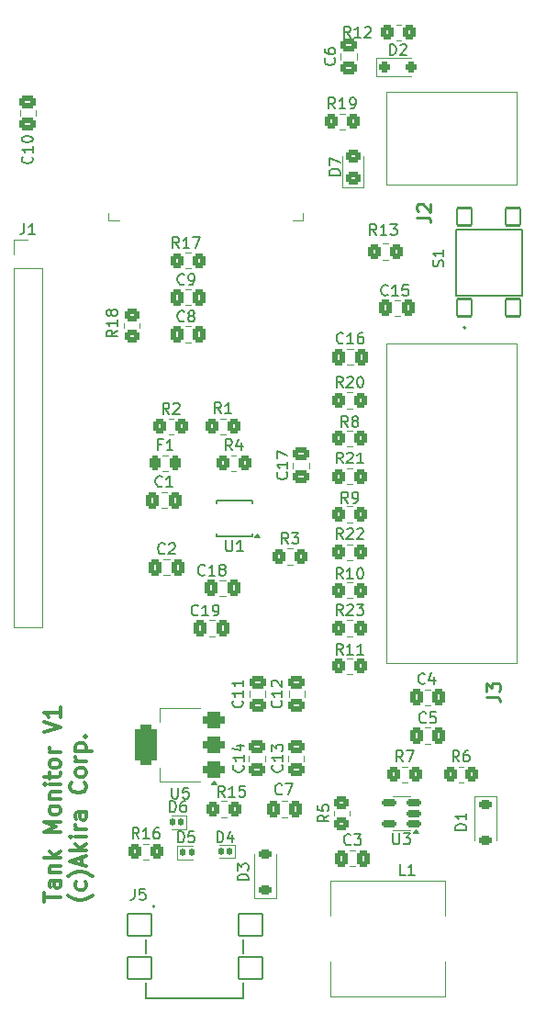
<source format=gto>
%TF.GenerationSoftware,KiCad,Pcbnew,8.0.3*%
%TF.CreationDate,2024-07-07T00:38:38+02:00*%
%TF.ProjectId,tank_PCB,74616e6b-5f50-4434-922e-6b696361645f,rev?*%
%TF.SameCoordinates,Original*%
%TF.FileFunction,Legend,Top*%
%TF.FilePolarity,Positive*%
%FSLAX46Y46*%
G04 Gerber Fmt 4.6, Leading zero omitted, Abs format (unit mm)*
G04 Created by KiCad (PCBNEW 8.0.3) date 2024-07-07 00:38:38*
%MOMM*%
%LPD*%
G01*
G04 APERTURE LIST*
G04 Aperture macros list*
%AMRoundRect*
0 Rectangle with rounded corners*
0 $1 Rounding radius*
0 $2 $3 $4 $5 $6 $7 $8 $9 X,Y pos of 4 corners*
0 Add a 4 corners polygon primitive as box body*
4,1,4,$2,$3,$4,$5,$6,$7,$8,$9,$2,$3,0*
0 Add four circle primitives for the rounded corners*
1,1,$1+$1,$2,$3*
1,1,$1+$1,$4,$5*
1,1,$1+$1,$6,$7*
1,1,$1+$1,$8,$9*
0 Add four rect primitives between the rounded corners*
20,1,$1+$1,$2,$3,$4,$5,0*
20,1,$1+$1,$4,$5,$6,$7,0*
20,1,$1+$1,$6,$7,$8,$9,0*
20,1,$1+$1,$8,$9,$2,$3,0*%
G04 Aperture macros list end*
%ADD10C,0.300000*%
%ADD11C,0.150000*%
%ADD12C,0.254000*%
%ADD13C,0.120000*%
%ADD14C,0.100000*%
%ADD15C,0.127000*%
%ADD16C,0.200000*%
%ADD17RoundRect,0.250000X0.350000X0.450000X-0.350000X0.450000X-0.350000X-0.450000X0.350000X-0.450000X0*%
%ADD18RoundRect,0.250000X-0.350000X-0.450000X0.350000X-0.450000X0.350000X0.450000X-0.350000X0.450000X0*%
%ADD19RoundRect,0.250000X-0.475000X0.337500X-0.475000X-0.337500X0.475000X-0.337500X0.475000X0.337500X0*%
%ADD20RoundRect,0.250000X-0.337500X-0.475000X0.337500X-0.475000X0.337500X0.475000X-0.337500X0.475000X0*%
%ADD21RoundRect,0.250000X0.337500X0.475000X-0.337500X0.475000X-0.337500X-0.475000X0.337500X-0.475000X0*%
%ADD22C,2.500000*%
%ADD23RoundRect,0.125000X0.125000X0.225000X-0.125000X0.225000X-0.125000X-0.225000X0.125000X-0.225000X0*%
%ADD24R,2.700000X3.600000*%
%ADD25RoundRect,0.225000X-0.375000X0.225000X-0.375000X-0.225000X0.375000X-0.225000X0.375000X0.225000X0*%
%ADD26R,1.100000X0.250000*%
%ADD27C,1.500000*%
%ADD28RoundRect,0.250000X-0.250000X-0.250000X0.250000X-0.250000X0.250000X0.250000X-0.250000X0.250000X0*%
%ADD29RoundRect,0.150000X0.512500X0.150000X-0.512500X0.150000X-0.512500X-0.150000X0.512500X-0.150000X0*%
%ADD30RoundRect,0.102000X0.700000X-0.800000X0.700000X0.800000X-0.700000X0.800000X-0.700000X-0.800000X0*%
%ADD31RoundRect,0.250000X0.475000X-0.337500X0.475000X0.337500X-0.475000X0.337500X-0.475000X-0.337500X0*%
%ADD32RoundRect,0.243750X-0.243750X-0.456250X0.243750X-0.456250X0.243750X0.456250X-0.243750X0.456250X0*%
%ADD33RoundRect,0.125000X-0.125000X-0.225000X0.125000X-0.225000X0.125000X0.225000X-0.125000X0.225000X0*%
%ADD34RoundRect,0.250000X-0.450000X0.350000X-0.450000X-0.350000X0.450000X-0.350000X0.450000X0.350000X0*%
%ADD35RoundRect,0.225000X0.375000X-0.225000X0.375000X0.225000X-0.375000X0.225000X-0.375000X-0.225000X0*%
%ADD36C,0.650000*%
%ADD37R,0.600000X1.150000*%
%ADD38R,0.300000X1.150000*%
%ADD39RoundRect,0.102000X-1.090000X-1.000000X1.090000X-1.000000X1.090000X1.000000X-1.090000X1.000000X0*%
%ADD40R,1.500000X0.900000*%
%ADD41R,0.800000X0.800000*%
%ADD42R,1.500000X1.500000*%
%ADD43R,1.700000X1.700000*%
%ADD44O,1.700000X1.700000*%
%ADD45RoundRect,0.250000X0.450000X-0.325000X0.450000X0.325000X-0.450000X0.325000X-0.450000X-0.325000X0*%
%ADD46RoundRect,0.250000X0.450000X-0.350000X0.450000X0.350000X-0.450000X0.350000X-0.450000X-0.350000X0*%
%ADD47RoundRect,0.375000X0.625000X0.375000X-0.625000X0.375000X-0.625000X-0.375000X0.625000X-0.375000X0*%
%ADD48RoundRect,0.500000X0.500000X1.400000X-0.500000X1.400000X-0.500000X-1.400000X0.500000X-1.400000X0*%
G04 APERTURE END LIST*
D10*
X64485912Y-171959774D02*
X64485912Y-171102632D01*
X65985912Y-171531203D02*
X64485912Y-171531203D01*
X65985912Y-169959775D02*
X65200198Y-169959775D01*
X65200198Y-169959775D02*
X65057341Y-170031203D01*
X65057341Y-170031203D02*
X64985912Y-170174060D01*
X64985912Y-170174060D02*
X64985912Y-170459775D01*
X64985912Y-170459775D02*
X65057341Y-170602632D01*
X65914484Y-169959775D02*
X65985912Y-170102632D01*
X65985912Y-170102632D02*
X65985912Y-170459775D01*
X65985912Y-170459775D02*
X65914484Y-170602632D01*
X65914484Y-170602632D02*
X65771626Y-170674060D01*
X65771626Y-170674060D02*
X65628769Y-170674060D01*
X65628769Y-170674060D02*
X65485912Y-170602632D01*
X65485912Y-170602632D02*
X65414484Y-170459775D01*
X65414484Y-170459775D02*
X65414484Y-170102632D01*
X65414484Y-170102632D02*
X65343055Y-169959775D01*
X64985912Y-169245489D02*
X65985912Y-169245489D01*
X65128769Y-169245489D02*
X65057341Y-169174060D01*
X65057341Y-169174060D02*
X64985912Y-169031203D01*
X64985912Y-169031203D02*
X64985912Y-168816917D01*
X64985912Y-168816917D02*
X65057341Y-168674060D01*
X65057341Y-168674060D02*
X65200198Y-168602632D01*
X65200198Y-168602632D02*
X65985912Y-168602632D01*
X65985912Y-167888346D02*
X64485912Y-167888346D01*
X65414484Y-167745489D02*
X65985912Y-167316917D01*
X64985912Y-167316917D02*
X65557341Y-167888346D01*
X65985912Y-165531203D02*
X64485912Y-165531203D01*
X64485912Y-165531203D02*
X65557341Y-165031203D01*
X65557341Y-165031203D02*
X64485912Y-164531203D01*
X64485912Y-164531203D02*
X65985912Y-164531203D01*
X65985912Y-163602631D02*
X65914484Y-163745488D01*
X65914484Y-163745488D02*
X65843055Y-163816917D01*
X65843055Y-163816917D02*
X65700198Y-163888345D01*
X65700198Y-163888345D02*
X65271626Y-163888345D01*
X65271626Y-163888345D02*
X65128769Y-163816917D01*
X65128769Y-163816917D02*
X65057341Y-163745488D01*
X65057341Y-163745488D02*
X64985912Y-163602631D01*
X64985912Y-163602631D02*
X64985912Y-163388345D01*
X64985912Y-163388345D02*
X65057341Y-163245488D01*
X65057341Y-163245488D02*
X65128769Y-163174060D01*
X65128769Y-163174060D02*
X65271626Y-163102631D01*
X65271626Y-163102631D02*
X65700198Y-163102631D01*
X65700198Y-163102631D02*
X65843055Y-163174060D01*
X65843055Y-163174060D02*
X65914484Y-163245488D01*
X65914484Y-163245488D02*
X65985912Y-163388345D01*
X65985912Y-163388345D02*
X65985912Y-163602631D01*
X64985912Y-162459774D02*
X65985912Y-162459774D01*
X65128769Y-162459774D02*
X65057341Y-162388345D01*
X65057341Y-162388345D02*
X64985912Y-162245488D01*
X64985912Y-162245488D02*
X64985912Y-162031202D01*
X64985912Y-162031202D02*
X65057341Y-161888345D01*
X65057341Y-161888345D02*
X65200198Y-161816917D01*
X65200198Y-161816917D02*
X65985912Y-161816917D01*
X65985912Y-161102631D02*
X64985912Y-161102631D01*
X64485912Y-161102631D02*
X64557341Y-161174059D01*
X64557341Y-161174059D02*
X64628769Y-161102631D01*
X64628769Y-161102631D02*
X64557341Y-161031202D01*
X64557341Y-161031202D02*
X64485912Y-161102631D01*
X64485912Y-161102631D02*
X64628769Y-161102631D01*
X64985912Y-160602630D02*
X64985912Y-160031202D01*
X64485912Y-160388345D02*
X65771626Y-160388345D01*
X65771626Y-160388345D02*
X65914484Y-160316916D01*
X65914484Y-160316916D02*
X65985912Y-160174059D01*
X65985912Y-160174059D02*
X65985912Y-160031202D01*
X65985912Y-159316916D02*
X65914484Y-159459773D01*
X65914484Y-159459773D02*
X65843055Y-159531202D01*
X65843055Y-159531202D02*
X65700198Y-159602630D01*
X65700198Y-159602630D02*
X65271626Y-159602630D01*
X65271626Y-159602630D02*
X65128769Y-159531202D01*
X65128769Y-159531202D02*
X65057341Y-159459773D01*
X65057341Y-159459773D02*
X64985912Y-159316916D01*
X64985912Y-159316916D02*
X64985912Y-159102630D01*
X64985912Y-159102630D02*
X65057341Y-158959773D01*
X65057341Y-158959773D02*
X65128769Y-158888345D01*
X65128769Y-158888345D02*
X65271626Y-158816916D01*
X65271626Y-158816916D02*
X65700198Y-158816916D01*
X65700198Y-158816916D02*
X65843055Y-158888345D01*
X65843055Y-158888345D02*
X65914484Y-158959773D01*
X65914484Y-158959773D02*
X65985912Y-159102630D01*
X65985912Y-159102630D02*
X65985912Y-159316916D01*
X65985912Y-158174059D02*
X64985912Y-158174059D01*
X65271626Y-158174059D02*
X65128769Y-158102630D01*
X65128769Y-158102630D02*
X65057341Y-158031202D01*
X65057341Y-158031202D02*
X64985912Y-157888344D01*
X64985912Y-157888344D02*
X64985912Y-157745487D01*
X64485912Y-156316916D02*
X65985912Y-155816916D01*
X65985912Y-155816916D02*
X64485912Y-155316916D01*
X65985912Y-154031202D02*
X65985912Y-154888345D01*
X65985912Y-154459774D02*
X64485912Y-154459774D01*
X64485912Y-154459774D02*
X64700198Y-154602631D01*
X64700198Y-154602631D02*
X64843055Y-154745488D01*
X64843055Y-154745488D02*
X64914484Y-154888345D01*
X68972257Y-171316917D02*
X68900828Y-171388346D01*
X68900828Y-171388346D02*
X68686542Y-171531203D01*
X68686542Y-171531203D02*
X68543685Y-171602632D01*
X68543685Y-171602632D02*
X68329400Y-171674060D01*
X68329400Y-171674060D02*
X67972257Y-171745489D01*
X67972257Y-171745489D02*
X67686542Y-171745489D01*
X67686542Y-171745489D02*
X67329400Y-171674060D01*
X67329400Y-171674060D02*
X67115114Y-171602632D01*
X67115114Y-171602632D02*
X66972257Y-171531203D01*
X66972257Y-171531203D02*
X66757971Y-171388346D01*
X66757971Y-171388346D02*
X66686542Y-171316917D01*
X68329400Y-170102632D02*
X68400828Y-170245489D01*
X68400828Y-170245489D02*
X68400828Y-170531203D01*
X68400828Y-170531203D02*
X68329400Y-170674060D01*
X68329400Y-170674060D02*
X68257971Y-170745489D01*
X68257971Y-170745489D02*
X68115114Y-170816917D01*
X68115114Y-170816917D02*
X67686542Y-170816917D01*
X67686542Y-170816917D02*
X67543685Y-170745489D01*
X67543685Y-170745489D02*
X67472257Y-170674060D01*
X67472257Y-170674060D02*
X67400828Y-170531203D01*
X67400828Y-170531203D02*
X67400828Y-170245489D01*
X67400828Y-170245489D02*
X67472257Y-170102632D01*
X68972257Y-169602632D02*
X68900828Y-169531203D01*
X68900828Y-169531203D02*
X68686542Y-169388346D01*
X68686542Y-169388346D02*
X68543685Y-169316918D01*
X68543685Y-169316918D02*
X68329400Y-169245489D01*
X68329400Y-169245489D02*
X67972257Y-169174060D01*
X67972257Y-169174060D02*
X67686542Y-169174060D01*
X67686542Y-169174060D02*
X67329400Y-169245489D01*
X67329400Y-169245489D02*
X67115114Y-169316918D01*
X67115114Y-169316918D02*
X66972257Y-169388346D01*
X66972257Y-169388346D02*
X66757971Y-169531203D01*
X66757971Y-169531203D02*
X66686542Y-169602632D01*
X67972257Y-168531203D02*
X67972257Y-167816918D01*
X68400828Y-168674060D02*
X66900828Y-168174060D01*
X66900828Y-168174060D02*
X68400828Y-167674060D01*
X68400828Y-167174061D02*
X66900828Y-167174061D01*
X67829400Y-167031204D02*
X68400828Y-166602632D01*
X67400828Y-166602632D02*
X67972257Y-167174061D01*
X68400828Y-165959775D02*
X67400828Y-165959775D01*
X66900828Y-165959775D02*
X66972257Y-166031203D01*
X66972257Y-166031203D02*
X67043685Y-165959775D01*
X67043685Y-165959775D02*
X66972257Y-165888346D01*
X66972257Y-165888346D02*
X66900828Y-165959775D01*
X66900828Y-165959775D02*
X67043685Y-165959775D01*
X68400828Y-165245489D02*
X67400828Y-165245489D01*
X67686542Y-165245489D02*
X67543685Y-165174060D01*
X67543685Y-165174060D02*
X67472257Y-165102632D01*
X67472257Y-165102632D02*
X67400828Y-164959774D01*
X67400828Y-164959774D02*
X67400828Y-164816917D01*
X68400828Y-163674061D02*
X67615114Y-163674061D01*
X67615114Y-163674061D02*
X67472257Y-163745489D01*
X67472257Y-163745489D02*
X67400828Y-163888346D01*
X67400828Y-163888346D02*
X67400828Y-164174061D01*
X67400828Y-164174061D02*
X67472257Y-164316918D01*
X68329400Y-163674061D02*
X68400828Y-163816918D01*
X68400828Y-163816918D02*
X68400828Y-164174061D01*
X68400828Y-164174061D02*
X68329400Y-164316918D01*
X68329400Y-164316918D02*
X68186542Y-164388346D01*
X68186542Y-164388346D02*
X68043685Y-164388346D01*
X68043685Y-164388346D02*
X67900828Y-164316918D01*
X67900828Y-164316918D02*
X67829400Y-164174061D01*
X67829400Y-164174061D02*
X67829400Y-163816918D01*
X67829400Y-163816918D02*
X67757971Y-163674061D01*
X68257971Y-160959775D02*
X68329400Y-161031203D01*
X68329400Y-161031203D02*
X68400828Y-161245489D01*
X68400828Y-161245489D02*
X68400828Y-161388346D01*
X68400828Y-161388346D02*
X68329400Y-161602632D01*
X68329400Y-161602632D02*
X68186542Y-161745489D01*
X68186542Y-161745489D02*
X68043685Y-161816918D01*
X68043685Y-161816918D02*
X67757971Y-161888346D01*
X67757971Y-161888346D02*
X67543685Y-161888346D01*
X67543685Y-161888346D02*
X67257971Y-161816918D01*
X67257971Y-161816918D02*
X67115114Y-161745489D01*
X67115114Y-161745489D02*
X66972257Y-161602632D01*
X66972257Y-161602632D02*
X66900828Y-161388346D01*
X66900828Y-161388346D02*
X66900828Y-161245489D01*
X66900828Y-161245489D02*
X66972257Y-161031203D01*
X66972257Y-161031203D02*
X67043685Y-160959775D01*
X68400828Y-160102632D02*
X68329400Y-160245489D01*
X68329400Y-160245489D02*
X68257971Y-160316918D01*
X68257971Y-160316918D02*
X68115114Y-160388346D01*
X68115114Y-160388346D02*
X67686542Y-160388346D01*
X67686542Y-160388346D02*
X67543685Y-160316918D01*
X67543685Y-160316918D02*
X67472257Y-160245489D01*
X67472257Y-160245489D02*
X67400828Y-160102632D01*
X67400828Y-160102632D02*
X67400828Y-159888346D01*
X67400828Y-159888346D02*
X67472257Y-159745489D01*
X67472257Y-159745489D02*
X67543685Y-159674061D01*
X67543685Y-159674061D02*
X67686542Y-159602632D01*
X67686542Y-159602632D02*
X68115114Y-159602632D01*
X68115114Y-159602632D02*
X68257971Y-159674061D01*
X68257971Y-159674061D02*
X68329400Y-159745489D01*
X68329400Y-159745489D02*
X68400828Y-159888346D01*
X68400828Y-159888346D02*
X68400828Y-160102632D01*
X68400828Y-158959775D02*
X67400828Y-158959775D01*
X67686542Y-158959775D02*
X67543685Y-158888346D01*
X67543685Y-158888346D02*
X67472257Y-158816918D01*
X67472257Y-158816918D02*
X67400828Y-158674060D01*
X67400828Y-158674060D02*
X67400828Y-158531203D01*
X67400828Y-158031204D02*
X68900828Y-158031204D01*
X67472257Y-158031204D02*
X67400828Y-157888347D01*
X67400828Y-157888347D02*
X67400828Y-157602632D01*
X67400828Y-157602632D02*
X67472257Y-157459775D01*
X67472257Y-157459775D02*
X67543685Y-157388347D01*
X67543685Y-157388347D02*
X67686542Y-157316918D01*
X67686542Y-157316918D02*
X68115114Y-157316918D01*
X68115114Y-157316918D02*
X68257971Y-157388347D01*
X68257971Y-157388347D02*
X68329400Y-157459775D01*
X68329400Y-157459775D02*
X68400828Y-157602632D01*
X68400828Y-157602632D02*
X68400828Y-157888347D01*
X68400828Y-157888347D02*
X68329400Y-158031204D01*
X68257971Y-156674061D02*
X68329400Y-156602632D01*
X68329400Y-156602632D02*
X68400828Y-156674061D01*
X68400828Y-156674061D02*
X68329400Y-156745489D01*
X68329400Y-156745489D02*
X68257971Y-156674061D01*
X68257971Y-156674061D02*
X68400828Y-156674061D01*
D11*
X92057142Y-149154819D02*
X91723809Y-148678628D01*
X91485714Y-149154819D02*
X91485714Y-148154819D01*
X91485714Y-148154819D02*
X91866666Y-148154819D01*
X91866666Y-148154819D02*
X91961904Y-148202438D01*
X91961904Y-148202438D02*
X92009523Y-148250057D01*
X92009523Y-148250057D02*
X92057142Y-148345295D01*
X92057142Y-148345295D02*
X92057142Y-148488152D01*
X92057142Y-148488152D02*
X92009523Y-148583390D01*
X92009523Y-148583390D02*
X91961904Y-148631009D01*
X91961904Y-148631009D02*
X91866666Y-148678628D01*
X91866666Y-148678628D02*
X91485714Y-148678628D01*
X93009523Y-149154819D02*
X92438095Y-149154819D01*
X92723809Y-149154819D02*
X92723809Y-148154819D01*
X92723809Y-148154819D02*
X92628571Y-148297676D01*
X92628571Y-148297676D02*
X92533333Y-148392914D01*
X92533333Y-148392914D02*
X92438095Y-148440533D01*
X93961904Y-149154819D02*
X93390476Y-149154819D01*
X93676190Y-149154819D02*
X93676190Y-148154819D01*
X93676190Y-148154819D02*
X93580952Y-148297676D01*
X93580952Y-148297676D02*
X93485714Y-148392914D01*
X93485714Y-148392914D02*
X93390476Y-148440533D01*
X91357142Y-98804819D02*
X91023809Y-98328628D01*
X90785714Y-98804819D02*
X90785714Y-97804819D01*
X90785714Y-97804819D02*
X91166666Y-97804819D01*
X91166666Y-97804819D02*
X91261904Y-97852438D01*
X91261904Y-97852438D02*
X91309523Y-97900057D01*
X91309523Y-97900057D02*
X91357142Y-97995295D01*
X91357142Y-97995295D02*
X91357142Y-98138152D01*
X91357142Y-98138152D02*
X91309523Y-98233390D01*
X91309523Y-98233390D02*
X91261904Y-98281009D01*
X91261904Y-98281009D02*
X91166666Y-98328628D01*
X91166666Y-98328628D02*
X90785714Y-98328628D01*
X92309523Y-98804819D02*
X91738095Y-98804819D01*
X92023809Y-98804819D02*
X92023809Y-97804819D01*
X92023809Y-97804819D02*
X91928571Y-97947676D01*
X91928571Y-97947676D02*
X91833333Y-98042914D01*
X91833333Y-98042914D02*
X91738095Y-98090533D01*
X92785714Y-98804819D02*
X92976190Y-98804819D01*
X92976190Y-98804819D02*
X93071428Y-98757200D01*
X93071428Y-98757200D02*
X93119047Y-98709580D01*
X93119047Y-98709580D02*
X93214285Y-98566723D01*
X93214285Y-98566723D02*
X93261904Y-98376247D01*
X93261904Y-98376247D02*
X93261904Y-97995295D01*
X93261904Y-97995295D02*
X93214285Y-97900057D01*
X93214285Y-97900057D02*
X93166666Y-97852438D01*
X93166666Y-97852438D02*
X93071428Y-97804819D01*
X93071428Y-97804819D02*
X92880952Y-97804819D01*
X92880952Y-97804819D02*
X92785714Y-97852438D01*
X92785714Y-97852438D02*
X92738095Y-97900057D01*
X92738095Y-97900057D02*
X92690476Y-97995295D01*
X92690476Y-97995295D02*
X92690476Y-98233390D01*
X92690476Y-98233390D02*
X92738095Y-98328628D01*
X92738095Y-98328628D02*
X92785714Y-98376247D01*
X92785714Y-98376247D02*
X92880952Y-98423866D01*
X92880952Y-98423866D02*
X93071428Y-98423866D01*
X93071428Y-98423866D02*
X93166666Y-98376247D01*
X93166666Y-98376247D02*
X93214285Y-98328628D01*
X93214285Y-98328628D02*
X93261904Y-98233390D01*
X63359580Y-103242857D02*
X63407200Y-103290476D01*
X63407200Y-103290476D02*
X63454819Y-103433333D01*
X63454819Y-103433333D02*
X63454819Y-103528571D01*
X63454819Y-103528571D02*
X63407200Y-103671428D01*
X63407200Y-103671428D02*
X63311961Y-103766666D01*
X63311961Y-103766666D02*
X63216723Y-103814285D01*
X63216723Y-103814285D02*
X63026247Y-103861904D01*
X63026247Y-103861904D02*
X62883390Y-103861904D01*
X62883390Y-103861904D02*
X62692914Y-103814285D01*
X62692914Y-103814285D02*
X62597676Y-103766666D01*
X62597676Y-103766666D02*
X62502438Y-103671428D01*
X62502438Y-103671428D02*
X62454819Y-103528571D01*
X62454819Y-103528571D02*
X62454819Y-103433333D01*
X62454819Y-103433333D02*
X62502438Y-103290476D01*
X62502438Y-103290476D02*
X62550057Y-103242857D01*
X63454819Y-102290476D02*
X63454819Y-102861904D01*
X63454819Y-102576190D02*
X62454819Y-102576190D01*
X62454819Y-102576190D02*
X62597676Y-102671428D01*
X62597676Y-102671428D02*
X62692914Y-102766666D01*
X62692914Y-102766666D02*
X62740533Y-102861904D01*
X62454819Y-101671428D02*
X62454819Y-101576190D01*
X62454819Y-101576190D02*
X62502438Y-101480952D01*
X62502438Y-101480952D02*
X62550057Y-101433333D01*
X62550057Y-101433333D02*
X62645295Y-101385714D01*
X62645295Y-101385714D02*
X62835771Y-101338095D01*
X62835771Y-101338095D02*
X63073866Y-101338095D01*
X63073866Y-101338095D02*
X63264342Y-101385714D01*
X63264342Y-101385714D02*
X63359580Y-101433333D01*
X63359580Y-101433333D02*
X63407200Y-101480952D01*
X63407200Y-101480952D02*
X63454819Y-101576190D01*
X63454819Y-101576190D02*
X63454819Y-101671428D01*
X63454819Y-101671428D02*
X63407200Y-101766666D01*
X63407200Y-101766666D02*
X63359580Y-101814285D01*
X63359580Y-101814285D02*
X63264342Y-101861904D01*
X63264342Y-101861904D02*
X63073866Y-101909523D01*
X63073866Y-101909523D02*
X62835771Y-101909523D01*
X62835771Y-101909523D02*
X62645295Y-101861904D01*
X62645295Y-101861904D02*
X62550057Y-101814285D01*
X62550057Y-101814285D02*
X62502438Y-101766666D01*
X62502438Y-101766666D02*
X62454819Y-101671428D01*
X86359580Y-153405357D02*
X86407200Y-153452976D01*
X86407200Y-153452976D02*
X86454819Y-153595833D01*
X86454819Y-153595833D02*
X86454819Y-153691071D01*
X86454819Y-153691071D02*
X86407200Y-153833928D01*
X86407200Y-153833928D02*
X86311961Y-153929166D01*
X86311961Y-153929166D02*
X86216723Y-153976785D01*
X86216723Y-153976785D02*
X86026247Y-154024404D01*
X86026247Y-154024404D02*
X85883390Y-154024404D01*
X85883390Y-154024404D02*
X85692914Y-153976785D01*
X85692914Y-153976785D02*
X85597676Y-153929166D01*
X85597676Y-153929166D02*
X85502438Y-153833928D01*
X85502438Y-153833928D02*
X85454819Y-153691071D01*
X85454819Y-153691071D02*
X85454819Y-153595833D01*
X85454819Y-153595833D02*
X85502438Y-153452976D01*
X85502438Y-153452976D02*
X85550057Y-153405357D01*
X86454819Y-152452976D02*
X86454819Y-153024404D01*
X86454819Y-152738690D02*
X85454819Y-152738690D01*
X85454819Y-152738690D02*
X85597676Y-152833928D01*
X85597676Y-152833928D02*
X85692914Y-152929166D01*
X85692914Y-152929166D02*
X85740533Y-153024404D01*
X85550057Y-152072023D02*
X85502438Y-152024404D01*
X85502438Y-152024404D02*
X85454819Y-151929166D01*
X85454819Y-151929166D02*
X85454819Y-151691071D01*
X85454819Y-151691071D02*
X85502438Y-151595833D01*
X85502438Y-151595833D02*
X85550057Y-151548214D01*
X85550057Y-151548214D02*
X85645295Y-151500595D01*
X85645295Y-151500595D02*
X85740533Y-151500595D01*
X85740533Y-151500595D02*
X85883390Y-151548214D01*
X85883390Y-151548214D02*
X86454819Y-152119642D01*
X86454819Y-152119642D02*
X86454819Y-151500595D01*
X92094642Y-120379580D02*
X92047023Y-120427200D01*
X92047023Y-120427200D02*
X91904166Y-120474819D01*
X91904166Y-120474819D02*
X91808928Y-120474819D01*
X91808928Y-120474819D02*
X91666071Y-120427200D01*
X91666071Y-120427200D02*
X91570833Y-120331961D01*
X91570833Y-120331961D02*
X91523214Y-120236723D01*
X91523214Y-120236723D02*
X91475595Y-120046247D01*
X91475595Y-120046247D02*
X91475595Y-119903390D01*
X91475595Y-119903390D02*
X91523214Y-119712914D01*
X91523214Y-119712914D02*
X91570833Y-119617676D01*
X91570833Y-119617676D02*
X91666071Y-119522438D01*
X91666071Y-119522438D02*
X91808928Y-119474819D01*
X91808928Y-119474819D02*
X91904166Y-119474819D01*
X91904166Y-119474819D02*
X92047023Y-119522438D01*
X92047023Y-119522438D02*
X92094642Y-119570057D01*
X93047023Y-120474819D02*
X92475595Y-120474819D01*
X92761309Y-120474819D02*
X92761309Y-119474819D01*
X92761309Y-119474819D02*
X92666071Y-119617676D01*
X92666071Y-119617676D02*
X92570833Y-119712914D01*
X92570833Y-119712914D02*
X92475595Y-119760533D01*
X93904166Y-119474819D02*
X93713690Y-119474819D01*
X93713690Y-119474819D02*
X93618452Y-119522438D01*
X93618452Y-119522438D02*
X93570833Y-119570057D01*
X93570833Y-119570057D02*
X93475595Y-119712914D01*
X93475595Y-119712914D02*
X93427976Y-119903390D01*
X93427976Y-119903390D02*
X93427976Y-120284342D01*
X93427976Y-120284342D02*
X93475595Y-120379580D01*
X93475595Y-120379580D02*
X93523214Y-120427200D01*
X93523214Y-120427200D02*
X93618452Y-120474819D01*
X93618452Y-120474819D02*
X93808928Y-120474819D01*
X93808928Y-120474819D02*
X93904166Y-120427200D01*
X93904166Y-120427200D02*
X93951785Y-120379580D01*
X93951785Y-120379580D02*
X93999404Y-120284342D01*
X93999404Y-120284342D02*
X93999404Y-120046247D01*
X93999404Y-120046247D02*
X93951785Y-119951009D01*
X93951785Y-119951009D02*
X93904166Y-119903390D01*
X93904166Y-119903390D02*
X93808928Y-119855771D01*
X93808928Y-119855771D02*
X93618452Y-119855771D01*
X93618452Y-119855771D02*
X93523214Y-119903390D01*
X93523214Y-119903390D02*
X93475595Y-119951009D01*
X93475595Y-119951009D02*
X93427976Y-120046247D01*
X99733333Y-155359580D02*
X99685714Y-155407200D01*
X99685714Y-155407200D02*
X99542857Y-155454819D01*
X99542857Y-155454819D02*
X99447619Y-155454819D01*
X99447619Y-155454819D02*
X99304762Y-155407200D01*
X99304762Y-155407200D02*
X99209524Y-155311961D01*
X99209524Y-155311961D02*
X99161905Y-155216723D01*
X99161905Y-155216723D02*
X99114286Y-155026247D01*
X99114286Y-155026247D02*
X99114286Y-154883390D01*
X99114286Y-154883390D02*
X99161905Y-154692914D01*
X99161905Y-154692914D02*
X99209524Y-154597676D01*
X99209524Y-154597676D02*
X99304762Y-154502438D01*
X99304762Y-154502438D02*
X99447619Y-154454819D01*
X99447619Y-154454819D02*
X99542857Y-154454819D01*
X99542857Y-154454819D02*
X99685714Y-154502438D01*
X99685714Y-154502438D02*
X99733333Y-154550057D01*
X100638095Y-154454819D02*
X100161905Y-154454819D01*
X100161905Y-154454819D02*
X100114286Y-154931009D01*
X100114286Y-154931009D02*
X100161905Y-154883390D01*
X100161905Y-154883390D02*
X100257143Y-154835771D01*
X100257143Y-154835771D02*
X100495238Y-154835771D01*
X100495238Y-154835771D02*
X100590476Y-154883390D01*
X100590476Y-154883390D02*
X100638095Y-154931009D01*
X100638095Y-154931009D02*
X100685714Y-155026247D01*
X100685714Y-155026247D02*
X100685714Y-155264342D01*
X100685714Y-155264342D02*
X100638095Y-155359580D01*
X100638095Y-155359580D02*
X100590476Y-155407200D01*
X100590476Y-155407200D02*
X100495238Y-155454819D01*
X100495238Y-155454819D02*
X100257143Y-155454819D01*
X100257143Y-155454819D02*
X100161905Y-155407200D01*
X100161905Y-155407200D02*
X100114286Y-155359580D01*
X76111905Y-163654819D02*
X76111905Y-162654819D01*
X76111905Y-162654819D02*
X76350000Y-162654819D01*
X76350000Y-162654819D02*
X76492857Y-162702438D01*
X76492857Y-162702438D02*
X76588095Y-162797676D01*
X76588095Y-162797676D02*
X76635714Y-162892914D01*
X76635714Y-162892914D02*
X76683333Y-163083390D01*
X76683333Y-163083390D02*
X76683333Y-163226247D01*
X76683333Y-163226247D02*
X76635714Y-163416723D01*
X76635714Y-163416723D02*
X76588095Y-163511961D01*
X76588095Y-163511961D02*
X76492857Y-163607200D01*
X76492857Y-163607200D02*
X76350000Y-163654819D01*
X76350000Y-163654819D02*
X76111905Y-163654819D01*
X77540476Y-162654819D02*
X77350000Y-162654819D01*
X77350000Y-162654819D02*
X77254762Y-162702438D01*
X77254762Y-162702438D02*
X77207143Y-162750057D01*
X77207143Y-162750057D02*
X77111905Y-162892914D01*
X77111905Y-162892914D02*
X77064286Y-163083390D01*
X77064286Y-163083390D02*
X77064286Y-163464342D01*
X77064286Y-163464342D02*
X77111905Y-163559580D01*
X77111905Y-163559580D02*
X77159524Y-163607200D01*
X77159524Y-163607200D02*
X77254762Y-163654819D01*
X77254762Y-163654819D02*
X77445238Y-163654819D01*
X77445238Y-163654819D02*
X77540476Y-163607200D01*
X77540476Y-163607200D02*
X77588095Y-163559580D01*
X77588095Y-163559580D02*
X77635714Y-163464342D01*
X77635714Y-163464342D02*
X77635714Y-163226247D01*
X77635714Y-163226247D02*
X77588095Y-163131009D01*
X77588095Y-163131009D02*
X77540476Y-163083390D01*
X77540476Y-163083390D02*
X77445238Y-163035771D01*
X77445238Y-163035771D02*
X77254762Y-163035771D01*
X77254762Y-163035771D02*
X77159524Y-163083390D01*
X77159524Y-163083390D02*
X77111905Y-163131009D01*
X77111905Y-163131009D02*
X77064286Y-163226247D01*
X95157142Y-110454819D02*
X94823809Y-109978628D01*
X94585714Y-110454819D02*
X94585714Y-109454819D01*
X94585714Y-109454819D02*
X94966666Y-109454819D01*
X94966666Y-109454819D02*
X95061904Y-109502438D01*
X95061904Y-109502438D02*
X95109523Y-109550057D01*
X95109523Y-109550057D02*
X95157142Y-109645295D01*
X95157142Y-109645295D02*
X95157142Y-109788152D01*
X95157142Y-109788152D02*
X95109523Y-109883390D01*
X95109523Y-109883390D02*
X95061904Y-109931009D01*
X95061904Y-109931009D02*
X94966666Y-109978628D01*
X94966666Y-109978628D02*
X94585714Y-109978628D01*
X96109523Y-110454819D02*
X95538095Y-110454819D01*
X95823809Y-110454819D02*
X95823809Y-109454819D01*
X95823809Y-109454819D02*
X95728571Y-109597676D01*
X95728571Y-109597676D02*
X95633333Y-109692914D01*
X95633333Y-109692914D02*
X95538095Y-109740533D01*
X96442857Y-109454819D02*
X97061904Y-109454819D01*
X97061904Y-109454819D02*
X96728571Y-109835771D01*
X96728571Y-109835771D02*
X96871428Y-109835771D01*
X96871428Y-109835771D02*
X96966666Y-109883390D01*
X96966666Y-109883390D02*
X97014285Y-109931009D01*
X97014285Y-109931009D02*
X97061904Y-110026247D01*
X97061904Y-110026247D02*
X97061904Y-110264342D01*
X97061904Y-110264342D02*
X97014285Y-110359580D01*
X97014285Y-110359580D02*
X96966666Y-110407200D01*
X96966666Y-110407200D02*
X96871428Y-110454819D01*
X96871428Y-110454819D02*
X96585714Y-110454819D01*
X96585714Y-110454819D02*
X96490476Y-110407200D01*
X96490476Y-110407200D02*
X96442857Y-110359580D01*
X92057142Y-138504819D02*
X91723809Y-138028628D01*
X91485714Y-138504819D02*
X91485714Y-137504819D01*
X91485714Y-137504819D02*
X91866666Y-137504819D01*
X91866666Y-137504819D02*
X91961904Y-137552438D01*
X91961904Y-137552438D02*
X92009523Y-137600057D01*
X92009523Y-137600057D02*
X92057142Y-137695295D01*
X92057142Y-137695295D02*
X92057142Y-137838152D01*
X92057142Y-137838152D02*
X92009523Y-137933390D01*
X92009523Y-137933390D02*
X91961904Y-137981009D01*
X91961904Y-137981009D02*
X91866666Y-138028628D01*
X91866666Y-138028628D02*
X91485714Y-138028628D01*
X92438095Y-137600057D02*
X92485714Y-137552438D01*
X92485714Y-137552438D02*
X92580952Y-137504819D01*
X92580952Y-137504819D02*
X92819047Y-137504819D01*
X92819047Y-137504819D02*
X92914285Y-137552438D01*
X92914285Y-137552438D02*
X92961904Y-137600057D01*
X92961904Y-137600057D02*
X93009523Y-137695295D01*
X93009523Y-137695295D02*
X93009523Y-137790533D01*
X93009523Y-137790533D02*
X92961904Y-137933390D01*
X92961904Y-137933390D02*
X92390476Y-138504819D01*
X92390476Y-138504819D02*
X93009523Y-138504819D01*
X93390476Y-137600057D02*
X93438095Y-137552438D01*
X93438095Y-137552438D02*
X93533333Y-137504819D01*
X93533333Y-137504819D02*
X93771428Y-137504819D01*
X93771428Y-137504819D02*
X93866666Y-137552438D01*
X93866666Y-137552438D02*
X93914285Y-137600057D01*
X93914285Y-137600057D02*
X93961904Y-137695295D01*
X93961904Y-137695295D02*
X93961904Y-137790533D01*
X93961904Y-137790533D02*
X93914285Y-137933390D01*
X93914285Y-137933390D02*
X93342857Y-138504819D01*
X93342857Y-138504819D02*
X93961904Y-138504819D01*
X97595833Y-159004819D02*
X97262500Y-158528628D01*
X97024405Y-159004819D02*
X97024405Y-158004819D01*
X97024405Y-158004819D02*
X97405357Y-158004819D01*
X97405357Y-158004819D02*
X97500595Y-158052438D01*
X97500595Y-158052438D02*
X97548214Y-158100057D01*
X97548214Y-158100057D02*
X97595833Y-158195295D01*
X97595833Y-158195295D02*
X97595833Y-158338152D01*
X97595833Y-158338152D02*
X97548214Y-158433390D01*
X97548214Y-158433390D02*
X97500595Y-158481009D01*
X97500595Y-158481009D02*
X97405357Y-158528628D01*
X97405357Y-158528628D02*
X97024405Y-158528628D01*
X97929167Y-158004819D02*
X98595833Y-158004819D01*
X98595833Y-158004819D02*
X98167262Y-159004819D01*
X97833333Y-169454819D02*
X97357143Y-169454819D01*
X97357143Y-169454819D02*
X97357143Y-168454819D01*
X98690476Y-169454819D02*
X98119048Y-169454819D01*
X98404762Y-169454819D02*
X98404762Y-168454819D01*
X98404762Y-168454819D02*
X98309524Y-168597676D01*
X98309524Y-168597676D02*
X98214286Y-168692914D01*
X98214286Y-168692914D02*
X98119048Y-168740533D01*
X75395833Y-133579580D02*
X75348214Y-133627200D01*
X75348214Y-133627200D02*
X75205357Y-133674819D01*
X75205357Y-133674819D02*
X75110119Y-133674819D01*
X75110119Y-133674819D02*
X74967262Y-133627200D01*
X74967262Y-133627200D02*
X74872024Y-133531961D01*
X74872024Y-133531961D02*
X74824405Y-133436723D01*
X74824405Y-133436723D02*
X74776786Y-133246247D01*
X74776786Y-133246247D02*
X74776786Y-133103390D01*
X74776786Y-133103390D02*
X74824405Y-132912914D01*
X74824405Y-132912914D02*
X74872024Y-132817676D01*
X74872024Y-132817676D02*
X74967262Y-132722438D01*
X74967262Y-132722438D02*
X75110119Y-132674819D01*
X75110119Y-132674819D02*
X75205357Y-132674819D01*
X75205357Y-132674819D02*
X75348214Y-132722438D01*
X75348214Y-132722438D02*
X75395833Y-132770057D01*
X76348214Y-133674819D02*
X75776786Y-133674819D01*
X76062500Y-133674819D02*
X76062500Y-132674819D01*
X76062500Y-132674819D02*
X75967262Y-132817676D01*
X75967262Y-132817676D02*
X75872024Y-132912914D01*
X75872024Y-132912914D02*
X75776786Y-132960533D01*
X92057142Y-142154819D02*
X91723809Y-141678628D01*
X91485714Y-142154819D02*
X91485714Y-141154819D01*
X91485714Y-141154819D02*
X91866666Y-141154819D01*
X91866666Y-141154819D02*
X91961904Y-141202438D01*
X91961904Y-141202438D02*
X92009523Y-141250057D01*
X92009523Y-141250057D02*
X92057142Y-141345295D01*
X92057142Y-141345295D02*
X92057142Y-141488152D01*
X92057142Y-141488152D02*
X92009523Y-141583390D01*
X92009523Y-141583390D02*
X91961904Y-141631009D01*
X91961904Y-141631009D02*
X91866666Y-141678628D01*
X91866666Y-141678628D02*
X91485714Y-141678628D01*
X93009523Y-142154819D02*
X92438095Y-142154819D01*
X92723809Y-142154819D02*
X92723809Y-141154819D01*
X92723809Y-141154819D02*
X92628571Y-141297676D01*
X92628571Y-141297676D02*
X92533333Y-141392914D01*
X92533333Y-141392914D02*
X92438095Y-141440533D01*
X93628571Y-141154819D02*
X93723809Y-141154819D01*
X93723809Y-141154819D02*
X93819047Y-141202438D01*
X93819047Y-141202438D02*
X93866666Y-141250057D01*
X93866666Y-141250057D02*
X93914285Y-141345295D01*
X93914285Y-141345295D02*
X93961904Y-141535771D01*
X93961904Y-141535771D02*
X93961904Y-141773866D01*
X93961904Y-141773866D02*
X93914285Y-141964342D01*
X93914285Y-141964342D02*
X93866666Y-142059580D01*
X93866666Y-142059580D02*
X93819047Y-142107200D01*
X93819047Y-142107200D02*
X93723809Y-142154819D01*
X93723809Y-142154819D02*
X93628571Y-142154819D01*
X93628571Y-142154819D02*
X93533333Y-142107200D01*
X93533333Y-142107200D02*
X93485714Y-142059580D01*
X93485714Y-142059580D02*
X93438095Y-141964342D01*
X93438095Y-141964342D02*
X93390476Y-141773866D01*
X93390476Y-141773866D02*
X93390476Y-141535771D01*
X93390476Y-141535771D02*
X93438095Y-141345295D01*
X93438095Y-141345295D02*
X93485714Y-141250057D01*
X93485714Y-141250057D02*
X93533333Y-141202438D01*
X93533333Y-141202438D02*
X93628571Y-141154819D01*
X103454819Y-165313094D02*
X102454819Y-165313094D01*
X102454819Y-165313094D02*
X102454819Y-165074999D01*
X102454819Y-165074999D02*
X102502438Y-164932142D01*
X102502438Y-164932142D02*
X102597676Y-164836904D01*
X102597676Y-164836904D02*
X102692914Y-164789285D01*
X102692914Y-164789285D02*
X102883390Y-164741666D01*
X102883390Y-164741666D02*
X103026247Y-164741666D01*
X103026247Y-164741666D02*
X103216723Y-164789285D01*
X103216723Y-164789285D02*
X103311961Y-164836904D01*
X103311961Y-164836904D02*
X103407200Y-164932142D01*
X103407200Y-164932142D02*
X103454819Y-165074999D01*
X103454819Y-165074999D02*
X103454819Y-165313094D01*
X103454819Y-163789285D02*
X103454819Y-164360713D01*
X103454819Y-164074999D02*
X102454819Y-164074999D01*
X102454819Y-164074999D02*
X102597676Y-164170237D01*
X102597676Y-164170237D02*
X102692914Y-164265475D01*
X102692914Y-164265475D02*
X102740533Y-164360713D01*
X81157142Y-162254819D02*
X80823809Y-161778628D01*
X80585714Y-162254819D02*
X80585714Y-161254819D01*
X80585714Y-161254819D02*
X80966666Y-161254819D01*
X80966666Y-161254819D02*
X81061904Y-161302438D01*
X81061904Y-161302438D02*
X81109523Y-161350057D01*
X81109523Y-161350057D02*
X81157142Y-161445295D01*
X81157142Y-161445295D02*
X81157142Y-161588152D01*
X81157142Y-161588152D02*
X81109523Y-161683390D01*
X81109523Y-161683390D02*
X81061904Y-161731009D01*
X81061904Y-161731009D02*
X80966666Y-161778628D01*
X80966666Y-161778628D02*
X80585714Y-161778628D01*
X82109523Y-162254819D02*
X81538095Y-162254819D01*
X81823809Y-162254819D02*
X81823809Y-161254819D01*
X81823809Y-161254819D02*
X81728571Y-161397676D01*
X81728571Y-161397676D02*
X81633333Y-161492914D01*
X81633333Y-161492914D02*
X81538095Y-161540533D01*
X83014285Y-161254819D02*
X82538095Y-161254819D01*
X82538095Y-161254819D02*
X82490476Y-161731009D01*
X82490476Y-161731009D02*
X82538095Y-161683390D01*
X82538095Y-161683390D02*
X82633333Y-161635771D01*
X82633333Y-161635771D02*
X82871428Y-161635771D01*
X82871428Y-161635771D02*
X82966666Y-161683390D01*
X82966666Y-161683390D02*
X83014285Y-161731009D01*
X83014285Y-161731009D02*
X83061904Y-161826247D01*
X83061904Y-161826247D02*
X83061904Y-162064342D01*
X83061904Y-162064342D02*
X83014285Y-162159580D01*
X83014285Y-162159580D02*
X82966666Y-162207200D01*
X82966666Y-162207200D02*
X82871428Y-162254819D01*
X82871428Y-162254819D02*
X82633333Y-162254819D01*
X82633333Y-162254819D02*
X82538095Y-162207200D01*
X82538095Y-162207200D02*
X82490476Y-162159580D01*
X81288095Y-138604819D02*
X81288095Y-139414342D01*
X81288095Y-139414342D02*
X81335714Y-139509580D01*
X81335714Y-139509580D02*
X81383333Y-139557200D01*
X81383333Y-139557200D02*
X81478571Y-139604819D01*
X81478571Y-139604819D02*
X81669047Y-139604819D01*
X81669047Y-139604819D02*
X81764285Y-139557200D01*
X81764285Y-139557200D02*
X81811904Y-139509580D01*
X81811904Y-139509580D02*
X81859523Y-139414342D01*
X81859523Y-139414342D02*
X81859523Y-138604819D01*
X82859523Y-139604819D02*
X82288095Y-139604819D01*
X82573809Y-139604819D02*
X82573809Y-138604819D01*
X82573809Y-138604819D02*
X82478571Y-138747676D01*
X82478571Y-138747676D02*
X82383333Y-138842914D01*
X82383333Y-138842914D02*
X82288095Y-138890533D01*
D12*
X98904318Y-108823332D02*
X99811461Y-108823332D01*
X99811461Y-108823332D02*
X99992889Y-108883809D01*
X99992889Y-108883809D02*
X100113842Y-109004761D01*
X100113842Y-109004761D02*
X100174318Y-109186190D01*
X100174318Y-109186190D02*
X100174318Y-109307142D01*
X99025270Y-108279047D02*
X98964794Y-108218571D01*
X98964794Y-108218571D02*
X98904318Y-108097618D01*
X98904318Y-108097618D02*
X98904318Y-107795237D01*
X98904318Y-107795237D02*
X98964794Y-107674285D01*
X98964794Y-107674285D02*
X99025270Y-107613809D01*
X99025270Y-107613809D02*
X99146222Y-107553332D01*
X99146222Y-107553332D02*
X99267175Y-107553332D01*
X99267175Y-107553332D02*
X99448603Y-107613809D01*
X99448603Y-107613809D02*
X100174318Y-108339523D01*
X100174318Y-108339523D02*
X100174318Y-107553332D01*
D11*
X81833333Y-130304819D02*
X81500000Y-129828628D01*
X81261905Y-130304819D02*
X81261905Y-129304819D01*
X81261905Y-129304819D02*
X81642857Y-129304819D01*
X81642857Y-129304819D02*
X81738095Y-129352438D01*
X81738095Y-129352438D02*
X81785714Y-129400057D01*
X81785714Y-129400057D02*
X81833333Y-129495295D01*
X81833333Y-129495295D02*
X81833333Y-129638152D01*
X81833333Y-129638152D02*
X81785714Y-129733390D01*
X81785714Y-129733390D02*
X81738095Y-129781009D01*
X81738095Y-129781009D02*
X81642857Y-129828628D01*
X81642857Y-129828628D02*
X81261905Y-129828628D01*
X82690476Y-129638152D02*
X82690476Y-130304819D01*
X82452381Y-129257200D02*
X82214286Y-129971485D01*
X82214286Y-129971485D02*
X82833333Y-129971485D01*
X73257142Y-166104819D02*
X72923809Y-165628628D01*
X72685714Y-166104819D02*
X72685714Y-165104819D01*
X72685714Y-165104819D02*
X73066666Y-165104819D01*
X73066666Y-165104819D02*
X73161904Y-165152438D01*
X73161904Y-165152438D02*
X73209523Y-165200057D01*
X73209523Y-165200057D02*
X73257142Y-165295295D01*
X73257142Y-165295295D02*
X73257142Y-165438152D01*
X73257142Y-165438152D02*
X73209523Y-165533390D01*
X73209523Y-165533390D02*
X73161904Y-165581009D01*
X73161904Y-165581009D02*
X73066666Y-165628628D01*
X73066666Y-165628628D02*
X72685714Y-165628628D01*
X74209523Y-166104819D02*
X73638095Y-166104819D01*
X73923809Y-166104819D02*
X73923809Y-165104819D01*
X73923809Y-165104819D02*
X73828571Y-165247676D01*
X73828571Y-165247676D02*
X73733333Y-165342914D01*
X73733333Y-165342914D02*
X73638095Y-165390533D01*
X75066666Y-165104819D02*
X74876190Y-165104819D01*
X74876190Y-165104819D02*
X74780952Y-165152438D01*
X74780952Y-165152438D02*
X74733333Y-165200057D01*
X74733333Y-165200057D02*
X74638095Y-165342914D01*
X74638095Y-165342914D02*
X74590476Y-165533390D01*
X74590476Y-165533390D02*
X74590476Y-165914342D01*
X74590476Y-165914342D02*
X74638095Y-166009580D01*
X74638095Y-166009580D02*
X74685714Y-166057200D01*
X74685714Y-166057200D02*
X74780952Y-166104819D01*
X74780952Y-166104819D02*
X74971428Y-166104819D01*
X74971428Y-166104819D02*
X75066666Y-166057200D01*
X75066666Y-166057200D02*
X75114285Y-166009580D01*
X75114285Y-166009580D02*
X75161904Y-165914342D01*
X75161904Y-165914342D02*
X75161904Y-165676247D01*
X75161904Y-165676247D02*
X75114285Y-165581009D01*
X75114285Y-165581009D02*
X75066666Y-165533390D01*
X75066666Y-165533390D02*
X74971428Y-165485771D01*
X74971428Y-165485771D02*
X74780952Y-165485771D01*
X74780952Y-165485771D02*
X74685714Y-165533390D01*
X74685714Y-165533390D02*
X74638095Y-165581009D01*
X74638095Y-165581009D02*
X74590476Y-165676247D01*
X92533333Y-128154819D02*
X92200000Y-127678628D01*
X91961905Y-128154819D02*
X91961905Y-127154819D01*
X91961905Y-127154819D02*
X92342857Y-127154819D01*
X92342857Y-127154819D02*
X92438095Y-127202438D01*
X92438095Y-127202438D02*
X92485714Y-127250057D01*
X92485714Y-127250057D02*
X92533333Y-127345295D01*
X92533333Y-127345295D02*
X92533333Y-127488152D01*
X92533333Y-127488152D02*
X92485714Y-127583390D01*
X92485714Y-127583390D02*
X92438095Y-127631009D01*
X92438095Y-127631009D02*
X92342857Y-127678628D01*
X92342857Y-127678628D02*
X91961905Y-127678628D01*
X93104762Y-127583390D02*
X93009524Y-127535771D01*
X93009524Y-127535771D02*
X92961905Y-127488152D01*
X92961905Y-127488152D02*
X92914286Y-127392914D01*
X92914286Y-127392914D02*
X92914286Y-127345295D01*
X92914286Y-127345295D02*
X92961905Y-127250057D01*
X92961905Y-127250057D02*
X93009524Y-127202438D01*
X93009524Y-127202438D02*
X93104762Y-127154819D01*
X93104762Y-127154819D02*
X93295238Y-127154819D01*
X93295238Y-127154819D02*
X93390476Y-127202438D01*
X93390476Y-127202438D02*
X93438095Y-127250057D01*
X93438095Y-127250057D02*
X93485714Y-127345295D01*
X93485714Y-127345295D02*
X93485714Y-127392914D01*
X93485714Y-127392914D02*
X93438095Y-127488152D01*
X93438095Y-127488152D02*
X93390476Y-127535771D01*
X93390476Y-127535771D02*
X93295238Y-127583390D01*
X93295238Y-127583390D02*
X93104762Y-127583390D01*
X93104762Y-127583390D02*
X93009524Y-127631009D01*
X93009524Y-127631009D02*
X92961905Y-127678628D01*
X92961905Y-127678628D02*
X92914286Y-127773866D01*
X92914286Y-127773866D02*
X92914286Y-127964342D01*
X92914286Y-127964342D02*
X92961905Y-128059580D01*
X92961905Y-128059580D02*
X93009524Y-128107200D01*
X93009524Y-128107200D02*
X93104762Y-128154819D01*
X93104762Y-128154819D02*
X93295238Y-128154819D01*
X93295238Y-128154819D02*
X93390476Y-128107200D01*
X93390476Y-128107200D02*
X93438095Y-128059580D01*
X93438095Y-128059580D02*
X93485714Y-127964342D01*
X93485714Y-127964342D02*
X93485714Y-127773866D01*
X93485714Y-127773866D02*
X93438095Y-127678628D01*
X93438095Y-127678628D02*
X93390476Y-127631009D01*
X93390476Y-127631009D02*
X93295238Y-127583390D01*
X80833333Y-126904819D02*
X80500000Y-126428628D01*
X80261905Y-126904819D02*
X80261905Y-125904819D01*
X80261905Y-125904819D02*
X80642857Y-125904819D01*
X80642857Y-125904819D02*
X80738095Y-125952438D01*
X80738095Y-125952438D02*
X80785714Y-126000057D01*
X80785714Y-126000057D02*
X80833333Y-126095295D01*
X80833333Y-126095295D02*
X80833333Y-126238152D01*
X80833333Y-126238152D02*
X80785714Y-126333390D01*
X80785714Y-126333390D02*
X80738095Y-126381009D01*
X80738095Y-126381009D02*
X80642857Y-126428628D01*
X80642857Y-126428628D02*
X80261905Y-126428628D01*
X81785714Y-126904819D02*
X81214286Y-126904819D01*
X81500000Y-126904819D02*
X81500000Y-125904819D01*
X81500000Y-125904819D02*
X81404762Y-126047676D01*
X81404762Y-126047676D02*
X81309524Y-126142914D01*
X81309524Y-126142914D02*
X81214286Y-126190533D01*
X96411905Y-93854819D02*
X96411905Y-92854819D01*
X96411905Y-92854819D02*
X96650000Y-92854819D01*
X96650000Y-92854819D02*
X96792857Y-92902438D01*
X96792857Y-92902438D02*
X96888095Y-92997676D01*
X96888095Y-92997676D02*
X96935714Y-93092914D01*
X96935714Y-93092914D02*
X96983333Y-93283390D01*
X96983333Y-93283390D02*
X96983333Y-93426247D01*
X96983333Y-93426247D02*
X96935714Y-93616723D01*
X96935714Y-93616723D02*
X96888095Y-93711961D01*
X96888095Y-93711961D02*
X96792857Y-93807200D01*
X96792857Y-93807200D02*
X96650000Y-93854819D01*
X96650000Y-93854819D02*
X96411905Y-93854819D01*
X97364286Y-92950057D02*
X97411905Y-92902438D01*
X97411905Y-92902438D02*
X97507143Y-92854819D01*
X97507143Y-92854819D02*
X97745238Y-92854819D01*
X97745238Y-92854819D02*
X97840476Y-92902438D01*
X97840476Y-92902438D02*
X97888095Y-92950057D01*
X97888095Y-92950057D02*
X97935714Y-93045295D01*
X97935714Y-93045295D02*
X97935714Y-93140533D01*
X97935714Y-93140533D02*
X97888095Y-93283390D01*
X97888095Y-93283390D02*
X97316667Y-93854819D01*
X97316667Y-93854819D02*
X97935714Y-93854819D01*
X76957142Y-111654819D02*
X76623809Y-111178628D01*
X76385714Y-111654819D02*
X76385714Y-110654819D01*
X76385714Y-110654819D02*
X76766666Y-110654819D01*
X76766666Y-110654819D02*
X76861904Y-110702438D01*
X76861904Y-110702438D02*
X76909523Y-110750057D01*
X76909523Y-110750057D02*
X76957142Y-110845295D01*
X76957142Y-110845295D02*
X76957142Y-110988152D01*
X76957142Y-110988152D02*
X76909523Y-111083390D01*
X76909523Y-111083390D02*
X76861904Y-111131009D01*
X76861904Y-111131009D02*
X76766666Y-111178628D01*
X76766666Y-111178628D02*
X76385714Y-111178628D01*
X77909523Y-111654819D02*
X77338095Y-111654819D01*
X77623809Y-111654819D02*
X77623809Y-110654819D01*
X77623809Y-110654819D02*
X77528571Y-110797676D01*
X77528571Y-110797676D02*
X77433333Y-110892914D01*
X77433333Y-110892914D02*
X77338095Y-110940533D01*
X78242857Y-110654819D02*
X78909523Y-110654819D01*
X78909523Y-110654819D02*
X78480952Y-111654819D01*
X92057142Y-124504819D02*
X91723809Y-124028628D01*
X91485714Y-124504819D02*
X91485714Y-123504819D01*
X91485714Y-123504819D02*
X91866666Y-123504819D01*
X91866666Y-123504819D02*
X91961904Y-123552438D01*
X91961904Y-123552438D02*
X92009523Y-123600057D01*
X92009523Y-123600057D02*
X92057142Y-123695295D01*
X92057142Y-123695295D02*
X92057142Y-123838152D01*
X92057142Y-123838152D02*
X92009523Y-123933390D01*
X92009523Y-123933390D02*
X91961904Y-123981009D01*
X91961904Y-123981009D02*
X91866666Y-124028628D01*
X91866666Y-124028628D02*
X91485714Y-124028628D01*
X92438095Y-123600057D02*
X92485714Y-123552438D01*
X92485714Y-123552438D02*
X92580952Y-123504819D01*
X92580952Y-123504819D02*
X92819047Y-123504819D01*
X92819047Y-123504819D02*
X92914285Y-123552438D01*
X92914285Y-123552438D02*
X92961904Y-123600057D01*
X92961904Y-123600057D02*
X93009523Y-123695295D01*
X93009523Y-123695295D02*
X93009523Y-123790533D01*
X93009523Y-123790533D02*
X92961904Y-123933390D01*
X92961904Y-123933390D02*
X92390476Y-124504819D01*
X92390476Y-124504819D02*
X93009523Y-124504819D01*
X93628571Y-123504819D02*
X93723809Y-123504819D01*
X93723809Y-123504819D02*
X93819047Y-123552438D01*
X93819047Y-123552438D02*
X93866666Y-123600057D01*
X93866666Y-123600057D02*
X93914285Y-123695295D01*
X93914285Y-123695295D02*
X93961904Y-123885771D01*
X93961904Y-123885771D02*
X93961904Y-124123866D01*
X93961904Y-124123866D02*
X93914285Y-124314342D01*
X93914285Y-124314342D02*
X93866666Y-124409580D01*
X93866666Y-124409580D02*
X93819047Y-124457200D01*
X93819047Y-124457200D02*
X93723809Y-124504819D01*
X93723809Y-124504819D02*
X93628571Y-124504819D01*
X93628571Y-124504819D02*
X93533333Y-124457200D01*
X93533333Y-124457200D02*
X93485714Y-124409580D01*
X93485714Y-124409580D02*
X93438095Y-124314342D01*
X93438095Y-124314342D02*
X93390476Y-124123866D01*
X93390476Y-124123866D02*
X93390476Y-123885771D01*
X93390476Y-123885771D02*
X93438095Y-123695295D01*
X93438095Y-123695295D02*
X93485714Y-123600057D01*
X93485714Y-123600057D02*
X93533333Y-123552438D01*
X93533333Y-123552438D02*
X93628571Y-123504819D01*
X77433333Y-114959580D02*
X77385714Y-115007200D01*
X77385714Y-115007200D02*
X77242857Y-115054819D01*
X77242857Y-115054819D02*
X77147619Y-115054819D01*
X77147619Y-115054819D02*
X77004762Y-115007200D01*
X77004762Y-115007200D02*
X76909524Y-114911961D01*
X76909524Y-114911961D02*
X76861905Y-114816723D01*
X76861905Y-114816723D02*
X76814286Y-114626247D01*
X76814286Y-114626247D02*
X76814286Y-114483390D01*
X76814286Y-114483390D02*
X76861905Y-114292914D01*
X76861905Y-114292914D02*
X76909524Y-114197676D01*
X76909524Y-114197676D02*
X77004762Y-114102438D01*
X77004762Y-114102438D02*
X77147619Y-114054819D01*
X77147619Y-114054819D02*
X77242857Y-114054819D01*
X77242857Y-114054819D02*
X77385714Y-114102438D01*
X77385714Y-114102438D02*
X77433333Y-114150057D01*
X77909524Y-115054819D02*
X78100000Y-115054819D01*
X78100000Y-115054819D02*
X78195238Y-115007200D01*
X78195238Y-115007200D02*
X78242857Y-114959580D01*
X78242857Y-114959580D02*
X78338095Y-114816723D01*
X78338095Y-114816723D02*
X78385714Y-114626247D01*
X78385714Y-114626247D02*
X78385714Y-114245295D01*
X78385714Y-114245295D02*
X78338095Y-114150057D01*
X78338095Y-114150057D02*
X78290476Y-114102438D01*
X78290476Y-114102438D02*
X78195238Y-114054819D01*
X78195238Y-114054819D02*
X78004762Y-114054819D01*
X78004762Y-114054819D02*
X77909524Y-114102438D01*
X77909524Y-114102438D02*
X77861905Y-114150057D01*
X77861905Y-114150057D02*
X77814286Y-114245295D01*
X77814286Y-114245295D02*
X77814286Y-114483390D01*
X77814286Y-114483390D02*
X77861905Y-114578628D01*
X77861905Y-114578628D02*
X77909524Y-114626247D01*
X77909524Y-114626247D02*
X78004762Y-114673866D01*
X78004762Y-114673866D02*
X78195238Y-114673866D01*
X78195238Y-114673866D02*
X78290476Y-114626247D01*
X78290476Y-114626247D02*
X78338095Y-114578628D01*
X78338095Y-114578628D02*
X78385714Y-114483390D01*
X96700595Y-165629819D02*
X96700595Y-166439342D01*
X96700595Y-166439342D02*
X96748214Y-166534580D01*
X96748214Y-166534580D02*
X96795833Y-166582200D01*
X96795833Y-166582200D02*
X96891071Y-166629819D01*
X96891071Y-166629819D02*
X97081547Y-166629819D01*
X97081547Y-166629819D02*
X97176785Y-166582200D01*
X97176785Y-166582200D02*
X97224404Y-166534580D01*
X97224404Y-166534580D02*
X97272023Y-166439342D01*
X97272023Y-166439342D02*
X97272023Y-165629819D01*
X97652976Y-165629819D02*
X98272023Y-165629819D01*
X98272023Y-165629819D02*
X97938690Y-166010771D01*
X97938690Y-166010771D02*
X98081547Y-166010771D01*
X98081547Y-166010771D02*
X98176785Y-166058390D01*
X98176785Y-166058390D02*
X98224404Y-166106009D01*
X98224404Y-166106009D02*
X98272023Y-166201247D01*
X98272023Y-166201247D02*
X98272023Y-166439342D01*
X98272023Y-166439342D02*
X98224404Y-166534580D01*
X98224404Y-166534580D02*
X98176785Y-166582200D01*
X98176785Y-166582200D02*
X98081547Y-166629819D01*
X98081547Y-166629819D02*
X97795833Y-166629819D01*
X97795833Y-166629819D02*
X97700595Y-166582200D01*
X97700595Y-166582200D02*
X97652976Y-166534580D01*
X92533333Y-135154819D02*
X92200000Y-134678628D01*
X91961905Y-135154819D02*
X91961905Y-134154819D01*
X91961905Y-134154819D02*
X92342857Y-134154819D01*
X92342857Y-134154819D02*
X92438095Y-134202438D01*
X92438095Y-134202438D02*
X92485714Y-134250057D01*
X92485714Y-134250057D02*
X92533333Y-134345295D01*
X92533333Y-134345295D02*
X92533333Y-134488152D01*
X92533333Y-134488152D02*
X92485714Y-134583390D01*
X92485714Y-134583390D02*
X92438095Y-134631009D01*
X92438095Y-134631009D02*
X92342857Y-134678628D01*
X92342857Y-134678628D02*
X91961905Y-134678628D01*
X93009524Y-135154819D02*
X93200000Y-135154819D01*
X93200000Y-135154819D02*
X93295238Y-135107200D01*
X93295238Y-135107200D02*
X93342857Y-135059580D01*
X93342857Y-135059580D02*
X93438095Y-134916723D01*
X93438095Y-134916723D02*
X93485714Y-134726247D01*
X93485714Y-134726247D02*
X93485714Y-134345295D01*
X93485714Y-134345295D02*
X93438095Y-134250057D01*
X93438095Y-134250057D02*
X93390476Y-134202438D01*
X93390476Y-134202438D02*
X93295238Y-134154819D01*
X93295238Y-134154819D02*
X93104762Y-134154819D01*
X93104762Y-134154819D02*
X93009524Y-134202438D01*
X93009524Y-134202438D02*
X92961905Y-134250057D01*
X92961905Y-134250057D02*
X92914286Y-134345295D01*
X92914286Y-134345295D02*
X92914286Y-134583390D01*
X92914286Y-134583390D02*
X92961905Y-134678628D01*
X92961905Y-134678628D02*
X93009524Y-134726247D01*
X93009524Y-134726247D02*
X93104762Y-134773866D01*
X93104762Y-134773866D02*
X93295238Y-134773866D01*
X93295238Y-134773866D02*
X93390476Y-134726247D01*
X93390476Y-134726247D02*
X93438095Y-134678628D01*
X93438095Y-134678628D02*
X93485714Y-134583390D01*
X101307200Y-113361904D02*
X101354819Y-113219047D01*
X101354819Y-113219047D02*
X101354819Y-112980952D01*
X101354819Y-112980952D02*
X101307200Y-112885714D01*
X101307200Y-112885714D02*
X101259580Y-112838095D01*
X101259580Y-112838095D02*
X101164342Y-112790476D01*
X101164342Y-112790476D02*
X101069104Y-112790476D01*
X101069104Y-112790476D02*
X100973866Y-112838095D01*
X100973866Y-112838095D02*
X100926247Y-112885714D01*
X100926247Y-112885714D02*
X100878628Y-112980952D01*
X100878628Y-112980952D02*
X100831009Y-113171428D01*
X100831009Y-113171428D02*
X100783390Y-113266666D01*
X100783390Y-113266666D02*
X100735771Y-113314285D01*
X100735771Y-113314285D02*
X100640533Y-113361904D01*
X100640533Y-113361904D02*
X100545295Y-113361904D01*
X100545295Y-113361904D02*
X100450057Y-113314285D01*
X100450057Y-113314285D02*
X100402438Y-113266666D01*
X100402438Y-113266666D02*
X100354819Y-113171428D01*
X100354819Y-113171428D02*
X100354819Y-112933333D01*
X100354819Y-112933333D02*
X100402438Y-112790476D01*
X101354819Y-111838095D02*
X101354819Y-112409523D01*
X101354819Y-112123809D02*
X100354819Y-112123809D01*
X100354819Y-112123809D02*
X100497676Y-112219047D01*
X100497676Y-112219047D02*
X100592914Y-112314285D01*
X100592914Y-112314285D02*
X100640533Y-112409523D01*
X82829580Y-159342857D02*
X82877200Y-159390476D01*
X82877200Y-159390476D02*
X82924819Y-159533333D01*
X82924819Y-159533333D02*
X82924819Y-159628571D01*
X82924819Y-159628571D02*
X82877200Y-159771428D01*
X82877200Y-159771428D02*
X82781961Y-159866666D01*
X82781961Y-159866666D02*
X82686723Y-159914285D01*
X82686723Y-159914285D02*
X82496247Y-159961904D01*
X82496247Y-159961904D02*
X82353390Y-159961904D01*
X82353390Y-159961904D02*
X82162914Y-159914285D01*
X82162914Y-159914285D02*
X82067676Y-159866666D01*
X82067676Y-159866666D02*
X81972438Y-159771428D01*
X81972438Y-159771428D02*
X81924819Y-159628571D01*
X81924819Y-159628571D02*
X81924819Y-159533333D01*
X81924819Y-159533333D02*
X81972438Y-159390476D01*
X81972438Y-159390476D02*
X82020057Y-159342857D01*
X82924819Y-158390476D02*
X82924819Y-158961904D01*
X82924819Y-158676190D02*
X81924819Y-158676190D01*
X81924819Y-158676190D02*
X82067676Y-158771428D01*
X82067676Y-158771428D02*
X82162914Y-158866666D01*
X82162914Y-158866666D02*
X82210533Y-158961904D01*
X82258152Y-157533333D02*
X82924819Y-157533333D01*
X81877200Y-157771428D02*
X82591485Y-158009523D01*
X82591485Y-158009523D02*
X82591485Y-157390476D01*
X86879580Y-132342857D02*
X86927200Y-132390476D01*
X86927200Y-132390476D02*
X86974819Y-132533333D01*
X86974819Y-132533333D02*
X86974819Y-132628571D01*
X86974819Y-132628571D02*
X86927200Y-132771428D01*
X86927200Y-132771428D02*
X86831961Y-132866666D01*
X86831961Y-132866666D02*
X86736723Y-132914285D01*
X86736723Y-132914285D02*
X86546247Y-132961904D01*
X86546247Y-132961904D02*
X86403390Y-132961904D01*
X86403390Y-132961904D02*
X86212914Y-132914285D01*
X86212914Y-132914285D02*
X86117676Y-132866666D01*
X86117676Y-132866666D02*
X86022438Y-132771428D01*
X86022438Y-132771428D02*
X85974819Y-132628571D01*
X85974819Y-132628571D02*
X85974819Y-132533333D01*
X85974819Y-132533333D02*
X86022438Y-132390476D01*
X86022438Y-132390476D02*
X86070057Y-132342857D01*
X86974819Y-131390476D02*
X86974819Y-131961904D01*
X86974819Y-131676190D02*
X85974819Y-131676190D01*
X85974819Y-131676190D02*
X86117676Y-131771428D01*
X86117676Y-131771428D02*
X86212914Y-131866666D01*
X86212914Y-131866666D02*
X86260533Y-131961904D01*
X85974819Y-131057142D02*
X85974819Y-130390476D01*
X85974819Y-130390476D02*
X86974819Y-130819047D01*
X75329166Y-129781009D02*
X74995833Y-129781009D01*
X74995833Y-130304819D02*
X74995833Y-129304819D01*
X74995833Y-129304819D02*
X75472023Y-129304819D01*
X76376785Y-130304819D02*
X75805357Y-130304819D01*
X76091071Y-130304819D02*
X76091071Y-129304819D01*
X76091071Y-129304819D02*
X75995833Y-129447676D01*
X75995833Y-129447676D02*
X75900595Y-129542914D01*
X75900595Y-129542914D02*
X75805357Y-129590533D01*
X92795833Y-166604580D02*
X92748214Y-166652200D01*
X92748214Y-166652200D02*
X92605357Y-166699819D01*
X92605357Y-166699819D02*
X92510119Y-166699819D01*
X92510119Y-166699819D02*
X92367262Y-166652200D01*
X92367262Y-166652200D02*
X92272024Y-166556961D01*
X92272024Y-166556961D02*
X92224405Y-166461723D01*
X92224405Y-166461723D02*
X92176786Y-166271247D01*
X92176786Y-166271247D02*
X92176786Y-166128390D01*
X92176786Y-166128390D02*
X92224405Y-165937914D01*
X92224405Y-165937914D02*
X92272024Y-165842676D01*
X92272024Y-165842676D02*
X92367262Y-165747438D01*
X92367262Y-165747438D02*
X92510119Y-165699819D01*
X92510119Y-165699819D02*
X92605357Y-165699819D01*
X92605357Y-165699819D02*
X92748214Y-165747438D01*
X92748214Y-165747438D02*
X92795833Y-165795057D01*
X93129167Y-165699819D02*
X93748214Y-165699819D01*
X93748214Y-165699819D02*
X93414881Y-166080771D01*
X93414881Y-166080771D02*
X93557738Y-166080771D01*
X93557738Y-166080771D02*
X93652976Y-166128390D01*
X93652976Y-166128390D02*
X93700595Y-166176009D01*
X93700595Y-166176009D02*
X93748214Y-166271247D01*
X93748214Y-166271247D02*
X93748214Y-166509342D01*
X93748214Y-166509342D02*
X93700595Y-166604580D01*
X93700595Y-166604580D02*
X93652976Y-166652200D01*
X93652976Y-166652200D02*
X93557738Y-166699819D01*
X93557738Y-166699819D02*
X93272024Y-166699819D01*
X93272024Y-166699819D02*
X93176786Y-166652200D01*
X93176786Y-166652200D02*
X93129167Y-166604580D01*
X86429580Y-159342857D02*
X86477200Y-159390476D01*
X86477200Y-159390476D02*
X86524819Y-159533333D01*
X86524819Y-159533333D02*
X86524819Y-159628571D01*
X86524819Y-159628571D02*
X86477200Y-159771428D01*
X86477200Y-159771428D02*
X86381961Y-159866666D01*
X86381961Y-159866666D02*
X86286723Y-159914285D01*
X86286723Y-159914285D02*
X86096247Y-159961904D01*
X86096247Y-159961904D02*
X85953390Y-159961904D01*
X85953390Y-159961904D02*
X85762914Y-159914285D01*
X85762914Y-159914285D02*
X85667676Y-159866666D01*
X85667676Y-159866666D02*
X85572438Y-159771428D01*
X85572438Y-159771428D02*
X85524819Y-159628571D01*
X85524819Y-159628571D02*
X85524819Y-159533333D01*
X85524819Y-159533333D02*
X85572438Y-159390476D01*
X85572438Y-159390476D02*
X85620057Y-159342857D01*
X86524819Y-158390476D02*
X86524819Y-158961904D01*
X86524819Y-158676190D02*
X85524819Y-158676190D01*
X85524819Y-158676190D02*
X85667676Y-158771428D01*
X85667676Y-158771428D02*
X85762914Y-158866666D01*
X85762914Y-158866666D02*
X85810533Y-158961904D01*
X85524819Y-158057142D02*
X85524819Y-157438095D01*
X85524819Y-157438095D02*
X85905771Y-157771428D01*
X85905771Y-157771428D02*
X85905771Y-157628571D01*
X85905771Y-157628571D02*
X85953390Y-157533333D01*
X85953390Y-157533333D02*
X86001009Y-157485714D01*
X86001009Y-157485714D02*
X86096247Y-157438095D01*
X86096247Y-157438095D02*
X86334342Y-157438095D01*
X86334342Y-157438095D02*
X86429580Y-157485714D01*
X86429580Y-157485714D02*
X86477200Y-157533333D01*
X86477200Y-157533333D02*
X86524819Y-157628571D01*
X86524819Y-157628571D02*
X86524819Y-157914285D01*
X86524819Y-157914285D02*
X86477200Y-158009523D01*
X86477200Y-158009523D02*
X86429580Y-158057142D01*
X82759580Y-153405357D02*
X82807200Y-153452976D01*
X82807200Y-153452976D02*
X82854819Y-153595833D01*
X82854819Y-153595833D02*
X82854819Y-153691071D01*
X82854819Y-153691071D02*
X82807200Y-153833928D01*
X82807200Y-153833928D02*
X82711961Y-153929166D01*
X82711961Y-153929166D02*
X82616723Y-153976785D01*
X82616723Y-153976785D02*
X82426247Y-154024404D01*
X82426247Y-154024404D02*
X82283390Y-154024404D01*
X82283390Y-154024404D02*
X82092914Y-153976785D01*
X82092914Y-153976785D02*
X81997676Y-153929166D01*
X81997676Y-153929166D02*
X81902438Y-153833928D01*
X81902438Y-153833928D02*
X81854819Y-153691071D01*
X81854819Y-153691071D02*
X81854819Y-153595833D01*
X81854819Y-153595833D02*
X81902438Y-153452976D01*
X81902438Y-153452976D02*
X81950057Y-153405357D01*
X82854819Y-152452976D02*
X82854819Y-153024404D01*
X82854819Y-152738690D02*
X81854819Y-152738690D01*
X81854819Y-152738690D02*
X81997676Y-152833928D01*
X81997676Y-152833928D02*
X82092914Y-152929166D01*
X82092914Y-152929166D02*
X82140533Y-153024404D01*
X82854819Y-151500595D02*
X82854819Y-152072023D01*
X82854819Y-151786309D02*
X81854819Y-151786309D01*
X81854819Y-151786309D02*
X81997676Y-151881547D01*
X81997676Y-151881547D02*
X82092914Y-151976785D01*
X82092914Y-151976785D02*
X82140533Y-152072023D01*
X86433333Y-161959580D02*
X86385714Y-162007200D01*
X86385714Y-162007200D02*
X86242857Y-162054819D01*
X86242857Y-162054819D02*
X86147619Y-162054819D01*
X86147619Y-162054819D02*
X86004762Y-162007200D01*
X86004762Y-162007200D02*
X85909524Y-161911961D01*
X85909524Y-161911961D02*
X85861905Y-161816723D01*
X85861905Y-161816723D02*
X85814286Y-161626247D01*
X85814286Y-161626247D02*
X85814286Y-161483390D01*
X85814286Y-161483390D02*
X85861905Y-161292914D01*
X85861905Y-161292914D02*
X85909524Y-161197676D01*
X85909524Y-161197676D02*
X86004762Y-161102438D01*
X86004762Y-161102438D02*
X86147619Y-161054819D01*
X86147619Y-161054819D02*
X86242857Y-161054819D01*
X86242857Y-161054819D02*
X86385714Y-161102438D01*
X86385714Y-161102438D02*
X86433333Y-161150057D01*
X86766667Y-161054819D02*
X87433333Y-161054819D01*
X87433333Y-161054819D02*
X87004762Y-162054819D01*
X91279580Y-94166666D02*
X91327200Y-94214285D01*
X91327200Y-94214285D02*
X91374819Y-94357142D01*
X91374819Y-94357142D02*
X91374819Y-94452380D01*
X91374819Y-94452380D02*
X91327200Y-94595237D01*
X91327200Y-94595237D02*
X91231961Y-94690475D01*
X91231961Y-94690475D02*
X91136723Y-94738094D01*
X91136723Y-94738094D02*
X90946247Y-94785713D01*
X90946247Y-94785713D02*
X90803390Y-94785713D01*
X90803390Y-94785713D02*
X90612914Y-94738094D01*
X90612914Y-94738094D02*
X90517676Y-94690475D01*
X90517676Y-94690475D02*
X90422438Y-94595237D01*
X90422438Y-94595237D02*
X90374819Y-94452380D01*
X90374819Y-94452380D02*
X90374819Y-94357142D01*
X90374819Y-94357142D02*
X90422438Y-94214285D01*
X90422438Y-94214285D02*
X90470057Y-94166666D01*
X90374819Y-93309523D02*
X90374819Y-93499999D01*
X90374819Y-93499999D02*
X90422438Y-93595237D01*
X90422438Y-93595237D02*
X90470057Y-93642856D01*
X90470057Y-93642856D02*
X90612914Y-93738094D01*
X90612914Y-93738094D02*
X90803390Y-93785713D01*
X90803390Y-93785713D02*
X91184342Y-93785713D01*
X91184342Y-93785713D02*
X91279580Y-93738094D01*
X91279580Y-93738094D02*
X91327200Y-93690475D01*
X91327200Y-93690475D02*
X91374819Y-93595237D01*
X91374819Y-93595237D02*
X91374819Y-93404761D01*
X91374819Y-93404761D02*
X91327200Y-93309523D01*
X91327200Y-93309523D02*
X91279580Y-93261904D01*
X91279580Y-93261904D02*
X91184342Y-93214285D01*
X91184342Y-93214285D02*
X90946247Y-93214285D01*
X90946247Y-93214285D02*
X90851009Y-93261904D01*
X90851009Y-93261904D02*
X90803390Y-93309523D01*
X90803390Y-93309523D02*
X90755771Y-93404761D01*
X90755771Y-93404761D02*
X90755771Y-93595237D01*
X90755771Y-93595237D02*
X90803390Y-93690475D01*
X90803390Y-93690475D02*
X90851009Y-93738094D01*
X90851009Y-93738094D02*
X90946247Y-93785713D01*
X99633333Y-151759580D02*
X99585714Y-151807200D01*
X99585714Y-151807200D02*
X99442857Y-151854819D01*
X99442857Y-151854819D02*
X99347619Y-151854819D01*
X99347619Y-151854819D02*
X99204762Y-151807200D01*
X99204762Y-151807200D02*
X99109524Y-151711961D01*
X99109524Y-151711961D02*
X99061905Y-151616723D01*
X99061905Y-151616723D02*
X99014286Y-151426247D01*
X99014286Y-151426247D02*
X99014286Y-151283390D01*
X99014286Y-151283390D02*
X99061905Y-151092914D01*
X99061905Y-151092914D02*
X99109524Y-150997676D01*
X99109524Y-150997676D02*
X99204762Y-150902438D01*
X99204762Y-150902438D02*
X99347619Y-150854819D01*
X99347619Y-150854819D02*
X99442857Y-150854819D01*
X99442857Y-150854819D02*
X99585714Y-150902438D01*
X99585714Y-150902438D02*
X99633333Y-150950057D01*
X100490476Y-151188152D02*
X100490476Y-151854819D01*
X100252381Y-150807200D02*
X100014286Y-151521485D01*
X100014286Y-151521485D02*
X100633333Y-151521485D01*
X76861905Y-166454819D02*
X76861905Y-165454819D01*
X76861905Y-165454819D02*
X77100000Y-165454819D01*
X77100000Y-165454819D02*
X77242857Y-165502438D01*
X77242857Y-165502438D02*
X77338095Y-165597676D01*
X77338095Y-165597676D02*
X77385714Y-165692914D01*
X77385714Y-165692914D02*
X77433333Y-165883390D01*
X77433333Y-165883390D02*
X77433333Y-166026247D01*
X77433333Y-166026247D02*
X77385714Y-166216723D01*
X77385714Y-166216723D02*
X77338095Y-166311961D01*
X77338095Y-166311961D02*
X77242857Y-166407200D01*
X77242857Y-166407200D02*
X77100000Y-166454819D01*
X77100000Y-166454819D02*
X76861905Y-166454819D01*
X78338095Y-165454819D02*
X77861905Y-165454819D01*
X77861905Y-165454819D02*
X77814286Y-165931009D01*
X77814286Y-165931009D02*
X77861905Y-165883390D01*
X77861905Y-165883390D02*
X77957143Y-165835771D01*
X77957143Y-165835771D02*
X78195238Y-165835771D01*
X78195238Y-165835771D02*
X78290476Y-165883390D01*
X78290476Y-165883390D02*
X78338095Y-165931009D01*
X78338095Y-165931009D02*
X78385714Y-166026247D01*
X78385714Y-166026247D02*
X78385714Y-166264342D01*
X78385714Y-166264342D02*
X78338095Y-166359580D01*
X78338095Y-166359580D02*
X78290476Y-166407200D01*
X78290476Y-166407200D02*
X78195238Y-166454819D01*
X78195238Y-166454819D02*
X77957143Y-166454819D01*
X77957143Y-166454819D02*
X77861905Y-166407200D01*
X77861905Y-166407200D02*
X77814286Y-166359580D01*
X78719642Y-145459580D02*
X78672023Y-145507200D01*
X78672023Y-145507200D02*
X78529166Y-145554819D01*
X78529166Y-145554819D02*
X78433928Y-145554819D01*
X78433928Y-145554819D02*
X78291071Y-145507200D01*
X78291071Y-145507200D02*
X78195833Y-145411961D01*
X78195833Y-145411961D02*
X78148214Y-145316723D01*
X78148214Y-145316723D02*
X78100595Y-145126247D01*
X78100595Y-145126247D02*
X78100595Y-144983390D01*
X78100595Y-144983390D02*
X78148214Y-144792914D01*
X78148214Y-144792914D02*
X78195833Y-144697676D01*
X78195833Y-144697676D02*
X78291071Y-144602438D01*
X78291071Y-144602438D02*
X78433928Y-144554819D01*
X78433928Y-144554819D02*
X78529166Y-144554819D01*
X78529166Y-144554819D02*
X78672023Y-144602438D01*
X78672023Y-144602438D02*
X78719642Y-144650057D01*
X79672023Y-145554819D02*
X79100595Y-145554819D01*
X79386309Y-145554819D02*
X79386309Y-144554819D01*
X79386309Y-144554819D02*
X79291071Y-144697676D01*
X79291071Y-144697676D02*
X79195833Y-144792914D01*
X79195833Y-144792914D02*
X79100595Y-144840533D01*
X80148214Y-145554819D02*
X80338690Y-145554819D01*
X80338690Y-145554819D02*
X80433928Y-145507200D01*
X80433928Y-145507200D02*
X80481547Y-145459580D01*
X80481547Y-145459580D02*
X80576785Y-145316723D01*
X80576785Y-145316723D02*
X80624404Y-145126247D01*
X80624404Y-145126247D02*
X80624404Y-144745295D01*
X80624404Y-144745295D02*
X80576785Y-144650057D01*
X80576785Y-144650057D02*
X80529166Y-144602438D01*
X80529166Y-144602438D02*
X80433928Y-144554819D01*
X80433928Y-144554819D02*
X80243452Y-144554819D01*
X80243452Y-144554819D02*
X80148214Y-144602438D01*
X80148214Y-144602438D02*
X80100595Y-144650057D01*
X80100595Y-144650057D02*
X80052976Y-144745295D01*
X80052976Y-144745295D02*
X80052976Y-144983390D01*
X80052976Y-144983390D02*
X80100595Y-145078628D01*
X80100595Y-145078628D02*
X80148214Y-145126247D01*
X80148214Y-145126247D02*
X80243452Y-145173866D01*
X80243452Y-145173866D02*
X80433928Y-145173866D01*
X80433928Y-145173866D02*
X80529166Y-145126247D01*
X80529166Y-145126247D02*
X80576785Y-145078628D01*
X80576785Y-145078628D02*
X80624404Y-144983390D01*
X87033333Y-138904819D02*
X86700000Y-138428628D01*
X86461905Y-138904819D02*
X86461905Y-137904819D01*
X86461905Y-137904819D02*
X86842857Y-137904819D01*
X86842857Y-137904819D02*
X86938095Y-137952438D01*
X86938095Y-137952438D02*
X86985714Y-138000057D01*
X86985714Y-138000057D02*
X87033333Y-138095295D01*
X87033333Y-138095295D02*
X87033333Y-138238152D01*
X87033333Y-138238152D02*
X86985714Y-138333390D01*
X86985714Y-138333390D02*
X86938095Y-138381009D01*
X86938095Y-138381009D02*
X86842857Y-138428628D01*
X86842857Y-138428628D02*
X86461905Y-138428628D01*
X87366667Y-137904819D02*
X87985714Y-137904819D01*
X87985714Y-137904819D02*
X87652381Y-138285771D01*
X87652381Y-138285771D02*
X87795238Y-138285771D01*
X87795238Y-138285771D02*
X87890476Y-138333390D01*
X87890476Y-138333390D02*
X87938095Y-138381009D01*
X87938095Y-138381009D02*
X87985714Y-138476247D01*
X87985714Y-138476247D02*
X87985714Y-138714342D01*
X87985714Y-138714342D02*
X87938095Y-138809580D01*
X87938095Y-138809580D02*
X87890476Y-138857200D01*
X87890476Y-138857200D02*
X87795238Y-138904819D01*
X87795238Y-138904819D02*
X87509524Y-138904819D01*
X87509524Y-138904819D02*
X87414286Y-138857200D01*
X87414286Y-138857200D02*
X87366667Y-138809580D01*
X71254819Y-119242857D02*
X70778628Y-119576190D01*
X71254819Y-119814285D02*
X70254819Y-119814285D01*
X70254819Y-119814285D02*
X70254819Y-119433333D01*
X70254819Y-119433333D02*
X70302438Y-119338095D01*
X70302438Y-119338095D02*
X70350057Y-119290476D01*
X70350057Y-119290476D02*
X70445295Y-119242857D01*
X70445295Y-119242857D02*
X70588152Y-119242857D01*
X70588152Y-119242857D02*
X70683390Y-119290476D01*
X70683390Y-119290476D02*
X70731009Y-119338095D01*
X70731009Y-119338095D02*
X70778628Y-119433333D01*
X70778628Y-119433333D02*
X70778628Y-119814285D01*
X71254819Y-118290476D02*
X71254819Y-118861904D01*
X71254819Y-118576190D02*
X70254819Y-118576190D01*
X70254819Y-118576190D02*
X70397676Y-118671428D01*
X70397676Y-118671428D02*
X70492914Y-118766666D01*
X70492914Y-118766666D02*
X70540533Y-118861904D01*
X70683390Y-117719047D02*
X70635771Y-117814285D01*
X70635771Y-117814285D02*
X70588152Y-117861904D01*
X70588152Y-117861904D02*
X70492914Y-117909523D01*
X70492914Y-117909523D02*
X70445295Y-117909523D01*
X70445295Y-117909523D02*
X70350057Y-117861904D01*
X70350057Y-117861904D02*
X70302438Y-117814285D01*
X70302438Y-117814285D02*
X70254819Y-117719047D01*
X70254819Y-117719047D02*
X70254819Y-117528571D01*
X70254819Y-117528571D02*
X70302438Y-117433333D01*
X70302438Y-117433333D02*
X70350057Y-117385714D01*
X70350057Y-117385714D02*
X70445295Y-117338095D01*
X70445295Y-117338095D02*
X70492914Y-117338095D01*
X70492914Y-117338095D02*
X70588152Y-117385714D01*
X70588152Y-117385714D02*
X70635771Y-117433333D01*
X70635771Y-117433333D02*
X70683390Y-117528571D01*
X70683390Y-117528571D02*
X70683390Y-117719047D01*
X70683390Y-117719047D02*
X70731009Y-117814285D01*
X70731009Y-117814285D02*
X70778628Y-117861904D01*
X70778628Y-117861904D02*
X70873866Y-117909523D01*
X70873866Y-117909523D02*
X71064342Y-117909523D01*
X71064342Y-117909523D02*
X71159580Y-117861904D01*
X71159580Y-117861904D02*
X71207200Y-117814285D01*
X71207200Y-117814285D02*
X71254819Y-117719047D01*
X71254819Y-117719047D02*
X71254819Y-117528571D01*
X71254819Y-117528571D02*
X71207200Y-117433333D01*
X71207200Y-117433333D02*
X71159580Y-117385714D01*
X71159580Y-117385714D02*
X71064342Y-117338095D01*
X71064342Y-117338095D02*
X70873866Y-117338095D01*
X70873866Y-117338095D02*
X70778628Y-117385714D01*
X70778628Y-117385714D02*
X70731009Y-117433333D01*
X70731009Y-117433333D02*
X70683390Y-117528571D01*
X96219642Y-115959580D02*
X96172023Y-116007200D01*
X96172023Y-116007200D02*
X96029166Y-116054819D01*
X96029166Y-116054819D02*
X95933928Y-116054819D01*
X95933928Y-116054819D02*
X95791071Y-116007200D01*
X95791071Y-116007200D02*
X95695833Y-115911961D01*
X95695833Y-115911961D02*
X95648214Y-115816723D01*
X95648214Y-115816723D02*
X95600595Y-115626247D01*
X95600595Y-115626247D02*
X95600595Y-115483390D01*
X95600595Y-115483390D02*
X95648214Y-115292914D01*
X95648214Y-115292914D02*
X95695833Y-115197676D01*
X95695833Y-115197676D02*
X95791071Y-115102438D01*
X95791071Y-115102438D02*
X95933928Y-115054819D01*
X95933928Y-115054819D02*
X96029166Y-115054819D01*
X96029166Y-115054819D02*
X96172023Y-115102438D01*
X96172023Y-115102438D02*
X96219642Y-115150057D01*
X97172023Y-116054819D02*
X96600595Y-116054819D01*
X96886309Y-116054819D02*
X96886309Y-115054819D01*
X96886309Y-115054819D02*
X96791071Y-115197676D01*
X96791071Y-115197676D02*
X96695833Y-115292914D01*
X96695833Y-115292914D02*
X96600595Y-115340533D01*
X98076785Y-115054819D02*
X97600595Y-115054819D01*
X97600595Y-115054819D02*
X97552976Y-115531009D01*
X97552976Y-115531009D02*
X97600595Y-115483390D01*
X97600595Y-115483390D02*
X97695833Y-115435771D01*
X97695833Y-115435771D02*
X97933928Y-115435771D01*
X97933928Y-115435771D02*
X98029166Y-115483390D01*
X98029166Y-115483390D02*
X98076785Y-115531009D01*
X98076785Y-115531009D02*
X98124404Y-115626247D01*
X98124404Y-115626247D02*
X98124404Y-115864342D01*
X98124404Y-115864342D02*
X98076785Y-115959580D01*
X98076785Y-115959580D02*
X98029166Y-116007200D01*
X98029166Y-116007200D02*
X97933928Y-116054819D01*
X97933928Y-116054819D02*
X97695833Y-116054819D01*
X97695833Y-116054819D02*
X97600595Y-116007200D01*
X97600595Y-116007200D02*
X97552976Y-115959580D01*
X83354819Y-169938094D02*
X82354819Y-169938094D01*
X82354819Y-169938094D02*
X82354819Y-169699999D01*
X82354819Y-169699999D02*
X82402438Y-169557142D01*
X82402438Y-169557142D02*
X82497676Y-169461904D01*
X82497676Y-169461904D02*
X82592914Y-169414285D01*
X82592914Y-169414285D02*
X82783390Y-169366666D01*
X82783390Y-169366666D02*
X82926247Y-169366666D01*
X82926247Y-169366666D02*
X83116723Y-169414285D01*
X83116723Y-169414285D02*
X83211961Y-169461904D01*
X83211961Y-169461904D02*
X83307200Y-169557142D01*
X83307200Y-169557142D02*
X83354819Y-169699999D01*
X83354819Y-169699999D02*
X83354819Y-169938094D01*
X82354819Y-169033332D02*
X82354819Y-168414285D01*
X82354819Y-168414285D02*
X82735771Y-168747618D01*
X82735771Y-168747618D02*
X82735771Y-168604761D01*
X82735771Y-168604761D02*
X82783390Y-168509523D01*
X82783390Y-168509523D02*
X82831009Y-168461904D01*
X82831009Y-168461904D02*
X82926247Y-168414285D01*
X82926247Y-168414285D02*
X83164342Y-168414285D01*
X83164342Y-168414285D02*
X83259580Y-168461904D01*
X83259580Y-168461904D02*
X83307200Y-168509523D01*
X83307200Y-168509523D02*
X83354819Y-168604761D01*
X83354819Y-168604761D02*
X83354819Y-168890475D01*
X83354819Y-168890475D02*
X83307200Y-168985713D01*
X83307200Y-168985713D02*
X83259580Y-169033332D01*
X72866666Y-170749819D02*
X72866666Y-171464104D01*
X72866666Y-171464104D02*
X72819047Y-171606961D01*
X72819047Y-171606961D02*
X72723809Y-171702200D01*
X72723809Y-171702200D02*
X72580952Y-171749819D01*
X72580952Y-171749819D02*
X72485714Y-171749819D01*
X73819047Y-170749819D02*
X73342857Y-170749819D01*
X73342857Y-170749819D02*
X73295238Y-171226009D01*
X73295238Y-171226009D02*
X73342857Y-171178390D01*
X73342857Y-171178390D02*
X73438095Y-171130771D01*
X73438095Y-171130771D02*
X73676190Y-171130771D01*
X73676190Y-171130771D02*
X73771428Y-171178390D01*
X73771428Y-171178390D02*
X73819047Y-171226009D01*
X73819047Y-171226009D02*
X73866666Y-171321247D01*
X73866666Y-171321247D02*
X73866666Y-171559342D01*
X73866666Y-171559342D02*
X73819047Y-171654580D01*
X73819047Y-171654580D02*
X73771428Y-171702200D01*
X73771428Y-171702200D02*
X73676190Y-171749819D01*
X73676190Y-171749819D02*
X73438095Y-171749819D01*
X73438095Y-171749819D02*
X73342857Y-171702200D01*
X73342857Y-171702200D02*
X73295238Y-171654580D01*
D12*
X105304318Y-153023332D02*
X106211461Y-153023332D01*
X106211461Y-153023332D02*
X106392889Y-153083809D01*
X106392889Y-153083809D02*
X106513842Y-153204761D01*
X106513842Y-153204761D02*
X106574318Y-153386190D01*
X106574318Y-153386190D02*
X106574318Y-153507142D01*
X105304318Y-152539523D02*
X105304318Y-151753332D01*
X105304318Y-151753332D02*
X105788127Y-152176666D01*
X105788127Y-152176666D02*
X105788127Y-151995237D01*
X105788127Y-151995237D02*
X105848603Y-151874285D01*
X105848603Y-151874285D02*
X105909080Y-151813809D01*
X105909080Y-151813809D02*
X106030032Y-151753332D01*
X106030032Y-151753332D02*
X106332413Y-151753332D01*
X106332413Y-151753332D02*
X106453365Y-151813809D01*
X106453365Y-151813809D02*
X106513842Y-151874285D01*
X106513842Y-151874285D02*
X106574318Y-151995237D01*
X106574318Y-151995237D02*
X106574318Y-152358094D01*
X106574318Y-152358094D02*
X106513842Y-152479047D01*
X106513842Y-152479047D02*
X106453365Y-152539523D01*
D11*
X92057142Y-131504819D02*
X91723809Y-131028628D01*
X91485714Y-131504819D02*
X91485714Y-130504819D01*
X91485714Y-130504819D02*
X91866666Y-130504819D01*
X91866666Y-130504819D02*
X91961904Y-130552438D01*
X91961904Y-130552438D02*
X92009523Y-130600057D01*
X92009523Y-130600057D02*
X92057142Y-130695295D01*
X92057142Y-130695295D02*
X92057142Y-130838152D01*
X92057142Y-130838152D02*
X92009523Y-130933390D01*
X92009523Y-130933390D02*
X91961904Y-130981009D01*
X91961904Y-130981009D02*
X91866666Y-131028628D01*
X91866666Y-131028628D02*
X91485714Y-131028628D01*
X92438095Y-130600057D02*
X92485714Y-130552438D01*
X92485714Y-130552438D02*
X92580952Y-130504819D01*
X92580952Y-130504819D02*
X92819047Y-130504819D01*
X92819047Y-130504819D02*
X92914285Y-130552438D01*
X92914285Y-130552438D02*
X92961904Y-130600057D01*
X92961904Y-130600057D02*
X93009523Y-130695295D01*
X93009523Y-130695295D02*
X93009523Y-130790533D01*
X93009523Y-130790533D02*
X92961904Y-130933390D01*
X92961904Y-130933390D02*
X92390476Y-131504819D01*
X92390476Y-131504819D02*
X93009523Y-131504819D01*
X93961904Y-131504819D02*
X93390476Y-131504819D01*
X93676190Y-131504819D02*
X93676190Y-130504819D01*
X93676190Y-130504819D02*
X93580952Y-130647676D01*
X93580952Y-130647676D02*
X93485714Y-130742914D01*
X93485714Y-130742914D02*
X93390476Y-130790533D01*
X77433333Y-118359580D02*
X77385714Y-118407200D01*
X77385714Y-118407200D02*
X77242857Y-118454819D01*
X77242857Y-118454819D02*
X77147619Y-118454819D01*
X77147619Y-118454819D02*
X77004762Y-118407200D01*
X77004762Y-118407200D02*
X76909524Y-118311961D01*
X76909524Y-118311961D02*
X76861905Y-118216723D01*
X76861905Y-118216723D02*
X76814286Y-118026247D01*
X76814286Y-118026247D02*
X76814286Y-117883390D01*
X76814286Y-117883390D02*
X76861905Y-117692914D01*
X76861905Y-117692914D02*
X76909524Y-117597676D01*
X76909524Y-117597676D02*
X77004762Y-117502438D01*
X77004762Y-117502438D02*
X77147619Y-117454819D01*
X77147619Y-117454819D02*
X77242857Y-117454819D01*
X77242857Y-117454819D02*
X77385714Y-117502438D01*
X77385714Y-117502438D02*
X77433333Y-117550057D01*
X78004762Y-117883390D02*
X77909524Y-117835771D01*
X77909524Y-117835771D02*
X77861905Y-117788152D01*
X77861905Y-117788152D02*
X77814286Y-117692914D01*
X77814286Y-117692914D02*
X77814286Y-117645295D01*
X77814286Y-117645295D02*
X77861905Y-117550057D01*
X77861905Y-117550057D02*
X77909524Y-117502438D01*
X77909524Y-117502438D02*
X78004762Y-117454819D01*
X78004762Y-117454819D02*
X78195238Y-117454819D01*
X78195238Y-117454819D02*
X78290476Y-117502438D01*
X78290476Y-117502438D02*
X78338095Y-117550057D01*
X78338095Y-117550057D02*
X78385714Y-117645295D01*
X78385714Y-117645295D02*
X78385714Y-117692914D01*
X78385714Y-117692914D02*
X78338095Y-117788152D01*
X78338095Y-117788152D02*
X78290476Y-117835771D01*
X78290476Y-117835771D02*
X78195238Y-117883390D01*
X78195238Y-117883390D02*
X78004762Y-117883390D01*
X78004762Y-117883390D02*
X77909524Y-117931009D01*
X77909524Y-117931009D02*
X77861905Y-117978628D01*
X77861905Y-117978628D02*
X77814286Y-118073866D01*
X77814286Y-118073866D02*
X77814286Y-118264342D01*
X77814286Y-118264342D02*
X77861905Y-118359580D01*
X77861905Y-118359580D02*
X77909524Y-118407200D01*
X77909524Y-118407200D02*
X78004762Y-118454819D01*
X78004762Y-118454819D02*
X78195238Y-118454819D01*
X78195238Y-118454819D02*
X78290476Y-118407200D01*
X78290476Y-118407200D02*
X78338095Y-118359580D01*
X78338095Y-118359580D02*
X78385714Y-118264342D01*
X78385714Y-118264342D02*
X78385714Y-118073866D01*
X78385714Y-118073866D02*
X78338095Y-117978628D01*
X78338095Y-117978628D02*
X78290476Y-117931009D01*
X78290476Y-117931009D02*
X78195238Y-117883390D01*
X80461905Y-166454819D02*
X80461905Y-165454819D01*
X80461905Y-165454819D02*
X80700000Y-165454819D01*
X80700000Y-165454819D02*
X80842857Y-165502438D01*
X80842857Y-165502438D02*
X80938095Y-165597676D01*
X80938095Y-165597676D02*
X80985714Y-165692914D01*
X80985714Y-165692914D02*
X81033333Y-165883390D01*
X81033333Y-165883390D02*
X81033333Y-166026247D01*
X81033333Y-166026247D02*
X80985714Y-166216723D01*
X80985714Y-166216723D02*
X80938095Y-166311961D01*
X80938095Y-166311961D02*
X80842857Y-166407200D01*
X80842857Y-166407200D02*
X80700000Y-166454819D01*
X80700000Y-166454819D02*
X80461905Y-166454819D01*
X81890476Y-165788152D02*
X81890476Y-166454819D01*
X81652381Y-165407200D02*
X81414286Y-166121485D01*
X81414286Y-166121485D02*
X82033333Y-166121485D01*
X62666666Y-109384819D02*
X62666666Y-110099104D01*
X62666666Y-110099104D02*
X62619047Y-110241961D01*
X62619047Y-110241961D02*
X62523809Y-110337200D01*
X62523809Y-110337200D02*
X62380952Y-110384819D01*
X62380952Y-110384819D02*
X62285714Y-110384819D01*
X63666666Y-110384819D02*
X63095238Y-110384819D01*
X63380952Y-110384819D02*
X63380952Y-109384819D01*
X63380952Y-109384819D02*
X63285714Y-109527676D01*
X63285714Y-109527676D02*
X63190476Y-109622914D01*
X63190476Y-109622914D02*
X63095238Y-109670533D01*
X91804819Y-104938094D02*
X90804819Y-104938094D01*
X90804819Y-104938094D02*
X90804819Y-104699999D01*
X90804819Y-104699999D02*
X90852438Y-104557142D01*
X90852438Y-104557142D02*
X90947676Y-104461904D01*
X90947676Y-104461904D02*
X91042914Y-104414285D01*
X91042914Y-104414285D02*
X91233390Y-104366666D01*
X91233390Y-104366666D02*
X91376247Y-104366666D01*
X91376247Y-104366666D02*
X91566723Y-104414285D01*
X91566723Y-104414285D02*
X91661961Y-104461904D01*
X91661961Y-104461904D02*
X91757200Y-104557142D01*
X91757200Y-104557142D02*
X91804819Y-104699999D01*
X91804819Y-104699999D02*
X91804819Y-104938094D01*
X90804819Y-104033332D02*
X90804819Y-103366666D01*
X90804819Y-103366666D02*
X91804819Y-103795237D01*
X92757142Y-92254819D02*
X92423809Y-91778628D01*
X92185714Y-92254819D02*
X92185714Y-91254819D01*
X92185714Y-91254819D02*
X92566666Y-91254819D01*
X92566666Y-91254819D02*
X92661904Y-91302438D01*
X92661904Y-91302438D02*
X92709523Y-91350057D01*
X92709523Y-91350057D02*
X92757142Y-91445295D01*
X92757142Y-91445295D02*
X92757142Y-91588152D01*
X92757142Y-91588152D02*
X92709523Y-91683390D01*
X92709523Y-91683390D02*
X92661904Y-91731009D01*
X92661904Y-91731009D02*
X92566666Y-91778628D01*
X92566666Y-91778628D02*
X92185714Y-91778628D01*
X93709523Y-92254819D02*
X93138095Y-92254819D01*
X93423809Y-92254819D02*
X93423809Y-91254819D01*
X93423809Y-91254819D02*
X93328571Y-91397676D01*
X93328571Y-91397676D02*
X93233333Y-91492914D01*
X93233333Y-91492914D02*
X93138095Y-91540533D01*
X94090476Y-91350057D02*
X94138095Y-91302438D01*
X94138095Y-91302438D02*
X94233333Y-91254819D01*
X94233333Y-91254819D02*
X94471428Y-91254819D01*
X94471428Y-91254819D02*
X94566666Y-91302438D01*
X94566666Y-91302438D02*
X94614285Y-91350057D01*
X94614285Y-91350057D02*
X94661904Y-91445295D01*
X94661904Y-91445295D02*
X94661904Y-91540533D01*
X94661904Y-91540533D02*
X94614285Y-91683390D01*
X94614285Y-91683390D02*
X94042857Y-92254819D01*
X94042857Y-92254819D02*
X94661904Y-92254819D01*
X90767319Y-163941666D02*
X90291128Y-164274999D01*
X90767319Y-164513094D02*
X89767319Y-164513094D01*
X89767319Y-164513094D02*
X89767319Y-164132142D01*
X89767319Y-164132142D02*
X89814938Y-164036904D01*
X89814938Y-164036904D02*
X89862557Y-163989285D01*
X89862557Y-163989285D02*
X89957795Y-163941666D01*
X89957795Y-163941666D02*
X90100652Y-163941666D01*
X90100652Y-163941666D02*
X90195890Y-163989285D01*
X90195890Y-163989285D02*
X90243509Y-164036904D01*
X90243509Y-164036904D02*
X90291128Y-164132142D01*
X90291128Y-164132142D02*
X90291128Y-164513094D01*
X89767319Y-163036904D02*
X89767319Y-163513094D01*
X89767319Y-163513094D02*
X90243509Y-163560713D01*
X90243509Y-163560713D02*
X90195890Y-163513094D01*
X90195890Y-163513094D02*
X90148271Y-163417856D01*
X90148271Y-163417856D02*
X90148271Y-163179761D01*
X90148271Y-163179761D02*
X90195890Y-163084523D01*
X90195890Y-163084523D02*
X90243509Y-163036904D01*
X90243509Y-163036904D02*
X90338747Y-162989285D01*
X90338747Y-162989285D02*
X90576842Y-162989285D01*
X90576842Y-162989285D02*
X90672080Y-163036904D01*
X90672080Y-163036904D02*
X90719700Y-163084523D01*
X90719700Y-163084523D02*
X90767319Y-163179761D01*
X90767319Y-163179761D02*
X90767319Y-163417856D01*
X90767319Y-163417856D02*
X90719700Y-163513094D01*
X90719700Y-163513094D02*
X90672080Y-163560713D01*
X76033333Y-126954819D02*
X75700000Y-126478628D01*
X75461905Y-126954819D02*
X75461905Y-125954819D01*
X75461905Y-125954819D02*
X75842857Y-125954819D01*
X75842857Y-125954819D02*
X75938095Y-126002438D01*
X75938095Y-126002438D02*
X75985714Y-126050057D01*
X75985714Y-126050057D02*
X76033333Y-126145295D01*
X76033333Y-126145295D02*
X76033333Y-126288152D01*
X76033333Y-126288152D02*
X75985714Y-126383390D01*
X75985714Y-126383390D02*
X75938095Y-126431009D01*
X75938095Y-126431009D02*
X75842857Y-126478628D01*
X75842857Y-126478628D02*
X75461905Y-126478628D01*
X76414286Y-126050057D02*
X76461905Y-126002438D01*
X76461905Y-126002438D02*
X76557143Y-125954819D01*
X76557143Y-125954819D02*
X76795238Y-125954819D01*
X76795238Y-125954819D02*
X76890476Y-126002438D01*
X76890476Y-126002438D02*
X76938095Y-126050057D01*
X76938095Y-126050057D02*
X76985714Y-126145295D01*
X76985714Y-126145295D02*
X76985714Y-126240533D01*
X76985714Y-126240533D02*
X76938095Y-126383390D01*
X76938095Y-126383390D02*
X76366667Y-126954819D01*
X76366667Y-126954819D02*
X76985714Y-126954819D01*
X102795833Y-159004819D02*
X102462500Y-158528628D01*
X102224405Y-159004819D02*
X102224405Y-158004819D01*
X102224405Y-158004819D02*
X102605357Y-158004819D01*
X102605357Y-158004819D02*
X102700595Y-158052438D01*
X102700595Y-158052438D02*
X102748214Y-158100057D01*
X102748214Y-158100057D02*
X102795833Y-158195295D01*
X102795833Y-158195295D02*
X102795833Y-158338152D01*
X102795833Y-158338152D02*
X102748214Y-158433390D01*
X102748214Y-158433390D02*
X102700595Y-158481009D01*
X102700595Y-158481009D02*
X102605357Y-158528628D01*
X102605357Y-158528628D02*
X102224405Y-158528628D01*
X103652976Y-158004819D02*
X103462500Y-158004819D01*
X103462500Y-158004819D02*
X103367262Y-158052438D01*
X103367262Y-158052438D02*
X103319643Y-158100057D01*
X103319643Y-158100057D02*
X103224405Y-158242914D01*
X103224405Y-158242914D02*
X103176786Y-158433390D01*
X103176786Y-158433390D02*
X103176786Y-158814342D01*
X103176786Y-158814342D02*
X103224405Y-158909580D01*
X103224405Y-158909580D02*
X103272024Y-158957200D01*
X103272024Y-158957200D02*
X103367262Y-159004819D01*
X103367262Y-159004819D02*
X103557738Y-159004819D01*
X103557738Y-159004819D02*
X103652976Y-158957200D01*
X103652976Y-158957200D02*
X103700595Y-158909580D01*
X103700595Y-158909580D02*
X103748214Y-158814342D01*
X103748214Y-158814342D02*
X103748214Y-158576247D01*
X103748214Y-158576247D02*
X103700595Y-158481009D01*
X103700595Y-158481009D02*
X103652976Y-158433390D01*
X103652976Y-158433390D02*
X103557738Y-158385771D01*
X103557738Y-158385771D02*
X103367262Y-158385771D01*
X103367262Y-158385771D02*
X103272024Y-158433390D01*
X103272024Y-158433390D02*
X103224405Y-158481009D01*
X103224405Y-158481009D02*
X103176786Y-158576247D01*
X76288095Y-161417319D02*
X76288095Y-162226842D01*
X76288095Y-162226842D02*
X76335714Y-162322080D01*
X76335714Y-162322080D02*
X76383333Y-162369700D01*
X76383333Y-162369700D02*
X76478571Y-162417319D01*
X76478571Y-162417319D02*
X76669047Y-162417319D01*
X76669047Y-162417319D02*
X76764285Y-162369700D01*
X76764285Y-162369700D02*
X76811904Y-162322080D01*
X76811904Y-162322080D02*
X76859523Y-162226842D01*
X76859523Y-162226842D02*
X76859523Y-161417319D01*
X77811904Y-161417319D02*
X77335714Y-161417319D01*
X77335714Y-161417319D02*
X77288095Y-161893509D01*
X77288095Y-161893509D02*
X77335714Y-161845890D01*
X77335714Y-161845890D02*
X77430952Y-161798271D01*
X77430952Y-161798271D02*
X77669047Y-161798271D01*
X77669047Y-161798271D02*
X77764285Y-161845890D01*
X77764285Y-161845890D02*
X77811904Y-161893509D01*
X77811904Y-161893509D02*
X77859523Y-161988747D01*
X77859523Y-161988747D02*
X77859523Y-162226842D01*
X77859523Y-162226842D02*
X77811904Y-162322080D01*
X77811904Y-162322080D02*
X77764285Y-162369700D01*
X77764285Y-162369700D02*
X77669047Y-162417319D01*
X77669047Y-162417319D02*
X77430952Y-162417319D01*
X77430952Y-162417319D02*
X77335714Y-162369700D01*
X77335714Y-162369700D02*
X77288095Y-162322080D01*
X79319642Y-141759580D02*
X79272023Y-141807200D01*
X79272023Y-141807200D02*
X79129166Y-141854819D01*
X79129166Y-141854819D02*
X79033928Y-141854819D01*
X79033928Y-141854819D02*
X78891071Y-141807200D01*
X78891071Y-141807200D02*
X78795833Y-141711961D01*
X78795833Y-141711961D02*
X78748214Y-141616723D01*
X78748214Y-141616723D02*
X78700595Y-141426247D01*
X78700595Y-141426247D02*
X78700595Y-141283390D01*
X78700595Y-141283390D02*
X78748214Y-141092914D01*
X78748214Y-141092914D02*
X78795833Y-140997676D01*
X78795833Y-140997676D02*
X78891071Y-140902438D01*
X78891071Y-140902438D02*
X79033928Y-140854819D01*
X79033928Y-140854819D02*
X79129166Y-140854819D01*
X79129166Y-140854819D02*
X79272023Y-140902438D01*
X79272023Y-140902438D02*
X79319642Y-140950057D01*
X80272023Y-141854819D02*
X79700595Y-141854819D01*
X79986309Y-141854819D02*
X79986309Y-140854819D01*
X79986309Y-140854819D02*
X79891071Y-140997676D01*
X79891071Y-140997676D02*
X79795833Y-141092914D01*
X79795833Y-141092914D02*
X79700595Y-141140533D01*
X80843452Y-141283390D02*
X80748214Y-141235771D01*
X80748214Y-141235771D02*
X80700595Y-141188152D01*
X80700595Y-141188152D02*
X80652976Y-141092914D01*
X80652976Y-141092914D02*
X80652976Y-141045295D01*
X80652976Y-141045295D02*
X80700595Y-140950057D01*
X80700595Y-140950057D02*
X80748214Y-140902438D01*
X80748214Y-140902438D02*
X80843452Y-140854819D01*
X80843452Y-140854819D02*
X81033928Y-140854819D01*
X81033928Y-140854819D02*
X81129166Y-140902438D01*
X81129166Y-140902438D02*
X81176785Y-140950057D01*
X81176785Y-140950057D02*
X81224404Y-141045295D01*
X81224404Y-141045295D02*
X81224404Y-141092914D01*
X81224404Y-141092914D02*
X81176785Y-141188152D01*
X81176785Y-141188152D02*
X81129166Y-141235771D01*
X81129166Y-141235771D02*
X81033928Y-141283390D01*
X81033928Y-141283390D02*
X80843452Y-141283390D01*
X80843452Y-141283390D02*
X80748214Y-141331009D01*
X80748214Y-141331009D02*
X80700595Y-141378628D01*
X80700595Y-141378628D02*
X80652976Y-141473866D01*
X80652976Y-141473866D02*
X80652976Y-141664342D01*
X80652976Y-141664342D02*
X80700595Y-141759580D01*
X80700595Y-141759580D02*
X80748214Y-141807200D01*
X80748214Y-141807200D02*
X80843452Y-141854819D01*
X80843452Y-141854819D02*
X81033928Y-141854819D01*
X81033928Y-141854819D02*
X81129166Y-141807200D01*
X81129166Y-141807200D02*
X81176785Y-141759580D01*
X81176785Y-141759580D02*
X81224404Y-141664342D01*
X81224404Y-141664342D02*
X81224404Y-141473866D01*
X81224404Y-141473866D02*
X81176785Y-141378628D01*
X81176785Y-141378628D02*
X81129166Y-141331009D01*
X81129166Y-141331009D02*
X81033928Y-141283390D01*
X92057142Y-145504819D02*
X91723809Y-145028628D01*
X91485714Y-145504819D02*
X91485714Y-144504819D01*
X91485714Y-144504819D02*
X91866666Y-144504819D01*
X91866666Y-144504819D02*
X91961904Y-144552438D01*
X91961904Y-144552438D02*
X92009523Y-144600057D01*
X92009523Y-144600057D02*
X92057142Y-144695295D01*
X92057142Y-144695295D02*
X92057142Y-144838152D01*
X92057142Y-144838152D02*
X92009523Y-144933390D01*
X92009523Y-144933390D02*
X91961904Y-144981009D01*
X91961904Y-144981009D02*
X91866666Y-145028628D01*
X91866666Y-145028628D02*
X91485714Y-145028628D01*
X92438095Y-144600057D02*
X92485714Y-144552438D01*
X92485714Y-144552438D02*
X92580952Y-144504819D01*
X92580952Y-144504819D02*
X92819047Y-144504819D01*
X92819047Y-144504819D02*
X92914285Y-144552438D01*
X92914285Y-144552438D02*
X92961904Y-144600057D01*
X92961904Y-144600057D02*
X93009523Y-144695295D01*
X93009523Y-144695295D02*
X93009523Y-144790533D01*
X93009523Y-144790533D02*
X92961904Y-144933390D01*
X92961904Y-144933390D02*
X92390476Y-145504819D01*
X92390476Y-145504819D02*
X93009523Y-145504819D01*
X93342857Y-144504819D02*
X93961904Y-144504819D01*
X93961904Y-144504819D02*
X93628571Y-144885771D01*
X93628571Y-144885771D02*
X93771428Y-144885771D01*
X93771428Y-144885771D02*
X93866666Y-144933390D01*
X93866666Y-144933390D02*
X93914285Y-144981009D01*
X93914285Y-144981009D02*
X93961904Y-145076247D01*
X93961904Y-145076247D02*
X93961904Y-145314342D01*
X93961904Y-145314342D02*
X93914285Y-145409580D01*
X93914285Y-145409580D02*
X93866666Y-145457200D01*
X93866666Y-145457200D02*
X93771428Y-145504819D01*
X93771428Y-145504819D02*
X93485714Y-145504819D01*
X93485714Y-145504819D02*
X93390476Y-145457200D01*
X93390476Y-145457200D02*
X93342857Y-145409580D01*
X75633333Y-139779580D02*
X75585714Y-139827200D01*
X75585714Y-139827200D02*
X75442857Y-139874819D01*
X75442857Y-139874819D02*
X75347619Y-139874819D01*
X75347619Y-139874819D02*
X75204762Y-139827200D01*
X75204762Y-139827200D02*
X75109524Y-139731961D01*
X75109524Y-139731961D02*
X75061905Y-139636723D01*
X75061905Y-139636723D02*
X75014286Y-139446247D01*
X75014286Y-139446247D02*
X75014286Y-139303390D01*
X75014286Y-139303390D02*
X75061905Y-139112914D01*
X75061905Y-139112914D02*
X75109524Y-139017676D01*
X75109524Y-139017676D02*
X75204762Y-138922438D01*
X75204762Y-138922438D02*
X75347619Y-138874819D01*
X75347619Y-138874819D02*
X75442857Y-138874819D01*
X75442857Y-138874819D02*
X75585714Y-138922438D01*
X75585714Y-138922438D02*
X75633333Y-138970057D01*
X76014286Y-138970057D02*
X76061905Y-138922438D01*
X76061905Y-138922438D02*
X76157143Y-138874819D01*
X76157143Y-138874819D02*
X76395238Y-138874819D01*
X76395238Y-138874819D02*
X76490476Y-138922438D01*
X76490476Y-138922438D02*
X76538095Y-138970057D01*
X76538095Y-138970057D02*
X76585714Y-139065295D01*
X76585714Y-139065295D02*
X76585714Y-139160533D01*
X76585714Y-139160533D02*
X76538095Y-139303390D01*
X76538095Y-139303390D02*
X75966667Y-139874819D01*
X75966667Y-139874819D02*
X76585714Y-139874819D01*
D13*
%TO.C,R11*%
X92927064Y-149465000D02*
X92472936Y-149465000D01*
X92927064Y-150935000D02*
X92472936Y-150935000D01*
%TO.C,R19*%
X91772936Y-99265000D02*
X92227064Y-99265000D01*
X91772936Y-100735000D02*
X92227064Y-100735000D01*
%TO.C,C10*%
X62265000Y-98938748D02*
X62265000Y-99461252D01*
X63735000Y-98938748D02*
X63735000Y-99461252D01*
%TO.C,C12*%
X87065000Y-152501248D02*
X87065000Y-153023752D01*
X88535000Y-152501248D02*
X88535000Y-153023752D01*
%TO.C,C16*%
X92476248Y-120965000D02*
X92998752Y-120965000D01*
X92476248Y-122435000D02*
X92998752Y-122435000D01*
%TO.C,C5*%
X100161252Y-155865000D02*
X99638748Y-155865000D01*
X100161252Y-157335000D02*
X99638748Y-157335000D01*
%TO.C,D6*%
X77660000Y-163990000D02*
X76250000Y-163990000D01*
X77660000Y-165210000D02*
X76250000Y-165210000D01*
X77660000Y-165210000D02*
X77660000Y-163990000D01*
%TO.C,R13*%
X95772936Y-111265000D02*
X96227064Y-111265000D01*
X95772936Y-112735000D02*
X96227064Y-112735000D01*
%TO.C,R22*%
X92472936Y-138965000D02*
X92927064Y-138965000D01*
X92472936Y-140435000D02*
X92927064Y-140435000D01*
%TO.C,R7*%
X97535436Y-159465000D02*
X97989564Y-159465000D01*
X97535436Y-160935000D02*
X97989564Y-160935000D01*
%TO.C,L1*%
X90900000Y-170025000D02*
X101500000Y-170025000D01*
X90900000Y-173225000D02*
X90900000Y-170025000D01*
X90900000Y-180625000D02*
X90900000Y-177425000D01*
X101500000Y-170025000D02*
X101500000Y-173225000D01*
X101500000Y-177425000D02*
X101500000Y-180625000D01*
X101500000Y-180625000D02*
X90900000Y-180625000D01*
%TO.C,C1*%
X75301248Y-134165000D02*
X75823752Y-134165000D01*
X75301248Y-135635000D02*
X75823752Y-135635000D01*
%TO.C,R10*%
X92927064Y-142465000D02*
X92472936Y-142465000D01*
X92927064Y-143935000D02*
X92472936Y-143935000D01*
%TO.C,D1*%
X104200000Y-162215000D02*
X104200000Y-166225000D01*
X106200000Y-162215000D02*
X104200000Y-162215000D01*
X106200000Y-162215000D02*
X106200000Y-166225000D01*
%TO.C,R15*%
X81327064Y-162665000D02*
X80872936Y-162665000D01*
X81327064Y-164135000D02*
X80872936Y-164135000D01*
D11*
%TO.C,U1*%
X80425000Y-134975000D02*
X80425000Y-135200000D01*
X80425000Y-138225000D02*
X80425000Y-138000000D01*
X83675000Y-134975000D02*
X80425000Y-134975000D01*
X83675000Y-134975000D02*
X83675000Y-135200000D01*
X83675000Y-138225000D02*
X80425000Y-138225000D01*
X83675000Y-138225000D02*
X83675000Y-138000000D01*
D13*
X84390000Y-138330000D02*
X83910000Y-138330000D01*
X84150000Y-138000000D01*
X84390000Y-138330000D01*
G36*
X84390000Y-138330000D02*
G01*
X83910000Y-138330000D01*
X84150000Y-138000000D01*
X84390000Y-138330000D01*
G37*
D14*
%TO.C,J2*%
X96100000Y-97300000D02*
X108100000Y-97300000D01*
X96100000Y-105800000D02*
X96100000Y-97300000D01*
X96100000Y-105800000D02*
X96100000Y-105800000D01*
X108100000Y-97300000D02*
X108100000Y-105800000D01*
X108100000Y-105800000D02*
X96100000Y-105800000D01*
D13*
%TO.C,R4*%
X81772936Y-130765000D02*
X82227064Y-130765000D01*
X81772936Y-132235000D02*
X82227064Y-132235000D01*
%TO.C,R16*%
X73672936Y-166565000D02*
X74127064Y-166565000D01*
X73672936Y-168035000D02*
X74127064Y-168035000D01*
%TO.C,R8*%
X92927064Y-128465000D02*
X92472936Y-128465000D01*
X92927064Y-129935000D02*
X92472936Y-129935000D01*
%TO.C,R1*%
X80772936Y-127365000D02*
X81227064Y-127365000D01*
X80772936Y-128835000D02*
X81227064Y-128835000D01*
%TO.C,D2*%
X95140000Y-94150000D02*
X95140000Y-95850000D01*
X95140000Y-94150000D02*
X98400000Y-94150000D01*
X95140000Y-95850000D02*
X98400000Y-95850000D01*
%TO.C,R17*%
X77572936Y-112065000D02*
X78027064Y-112065000D01*
X77572936Y-113535000D02*
X78027064Y-113535000D01*
%TO.C,R20*%
X92472936Y-124965000D02*
X92927064Y-124965000D01*
X92472936Y-126435000D02*
X92927064Y-126435000D01*
%TO.C,C9*%
X78061252Y-115465000D02*
X77538748Y-115465000D01*
X78061252Y-116935000D02*
X77538748Y-116935000D01*
%TO.C,U3*%
X97462500Y-162215000D02*
X96662500Y-162215000D01*
X97462500Y-162215000D02*
X98262500Y-162215000D01*
X97462500Y-165335000D02*
X96662500Y-165335000D01*
X97462500Y-165335000D02*
X98262500Y-165335000D01*
X99002500Y-165615000D02*
X98522500Y-165615000D01*
X98762500Y-165285000D01*
X99002500Y-165615000D01*
G36*
X99002500Y-165615000D02*
G01*
X98522500Y-165615000D01*
X98762500Y-165285000D01*
X99002500Y-165615000D01*
G37*
%TO.C,R9*%
X92927064Y-135465000D02*
X92472936Y-135465000D01*
X92927064Y-136935000D02*
X92472936Y-136935000D01*
D15*
%TO.C,S1*%
X102500000Y-109950000D02*
X102500000Y-116050000D01*
X102500000Y-116050000D02*
X108600000Y-116050000D01*
X108600000Y-109950000D02*
X102500000Y-109950000D01*
X108600000Y-116050000D02*
X108600000Y-109950000D01*
D16*
X103400000Y-119000000D02*
G75*
G02*
X103200000Y-119000000I-100000J0D01*
G01*
X103200000Y-119000000D02*
G75*
G02*
X103400000Y-119000000I100000J0D01*
G01*
D13*
%TO.C,C14*%
X83415000Y-158961252D02*
X83415000Y-158438748D01*
X84885000Y-158961252D02*
X84885000Y-158438748D01*
%TO.C,C17*%
X87465000Y-131961252D02*
X87465000Y-131438748D01*
X88935000Y-131961252D02*
X88935000Y-131438748D01*
%TO.C,F1*%
X75403922Y-130790000D02*
X75921078Y-130790000D01*
X75403922Y-132210000D02*
X75921078Y-132210000D01*
%TO.C,C3*%
X92701248Y-167190000D02*
X93223752Y-167190000D01*
X92701248Y-168660000D02*
X93223752Y-168660000D01*
%TO.C,C13*%
X87015000Y-158961252D02*
X87015000Y-158438748D01*
X88485000Y-158961252D02*
X88485000Y-158438748D01*
%TO.C,C11*%
X83465000Y-152501248D02*
X83465000Y-153023752D01*
X84935000Y-152501248D02*
X84935000Y-153023752D01*
%TO.C,C7*%
X86961252Y-162665000D02*
X86438748Y-162665000D01*
X86961252Y-164135000D02*
X86438748Y-164135000D01*
%TO.C,C6*%
X91865000Y-94261252D02*
X91865000Y-93738748D01*
X93335000Y-94261252D02*
X93335000Y-93738748D01*
%TO.C,C4*%
X100161252Y-152365000D02*
X99638748Y-152365000D01*
X100161252Y-153835000D02*
X99638748Y-153835000D01*
%TO.C,D5*%
X76790000Y-166790000D02*
X76790000Y-168010000D01*
X76790000Y-166790000D02*
X78200000Y-166790000D01*
X76790000Y-168010000D02*
X78200000Y-168010000D01*
%TO.C,C19*%
X80223752Y-145965000D02*
X79701248Y-145965000D01*
X80223752Y-147435000D02*
X79701248Y-147435000D01*
%TO.C,R3*%
X86972936Y-139365000D02*
X87427064Y-139365000D01*
X86972936Y-140835000D02*
X87427064Y-140835000D01*
%TO.C,R18*%
X71865000Y-118572936D02*
X71865000Y-119027064D01*
X73335000Y-118572936D02*
X73335000Y-119027064D01*
%TO.C,C15*%
X97323752Y-116465000D02*
X96801248Y-116465000D01*
X97323752Y-117935000D02*
X96801248Y-117935000D01*
%TO.C,D3*%
X83900000Y-171560000D02*
X83900000Y-167550000D01*
X83900000Y-171560000D02*
X85900000Y-171560000D01*
X85900000Y-171560000D02*
X85900000Y-167550000D01*
D16*
%TO.C,J5*%
X73930000Y-175430000D02*
X73930000Y-176640000D01*
X73930000Y-179360000D02*
X73930000Y-180850000D01*
X73930000Y-180850000D02*
X82870000Y-180850000D01*
X82870000Y-175430000D02*
X82870000Y-176640000D01*
X82870000Y-180850000D02*
X82870000Y-179360000D01*
X74720000Y-172340000D02*
G75*
G02*
X74520000Y-172340000I-100000J0D01*
G01*
X74520000Y-172340000D02*
G75*
G02*
X74720000Y-172340000I100000J0D01*
G01*
D13*
%TO.C,U4*%
X70400000Y-108400000D02*
X70400000Y-109150000D01*
X70400000Y-109150000D02*
X71400000Y-109150000D01*
X88400000Y-108400000D02*
X88400000Y-109150000D01*
X88400000Y-109150000D02*
X87400000Y-109150000D01*
D14*
%TO.C,J3*%
X96100000Y-120450000D02*
X108100000Y-120450000D01*
X96100000Y-149950000D02*
X96100000Y-120450000D01*
X108100000Y-120450000D02*
X108100000Y-149950000D01*
X108100000Y-149950000D02*
X96100000Y-149950000D01*
D13*
%TO.C,R21*%
X92472936Y-131965000D02*
X92927064Y-131965000D01*
X92472936Y-133435000D02*
X92927064Y-133435000D01*
%TO.C,C8*%
X78063752Y-118865000D02*
X77541248Y-118865000D01*
X78063752Y-120335000D02*
X77541248Y-120335000D01*
%TO.C,D4*%
X82110000Y-166690000D02*
X80700000Y-166690000D01*
X82110000Y-167910000D02*
X80700000Y-167910000D01*
X82110000Y-167910000D02*
X82110000Y-166690000D01*
%TO.C,J1*%
X61670000Y-110930000D02*
X63000000Y-110930000D01*
X61670000Y-112260000D02*
X61670000Y-110930000D01*
X61670000Y-113530000D02*
X61670000Y-146610000D01*
X61670000Y-113530000D02*
X64330000Y-113530000D01*
X61670000Y-146610000D02*
X64330000Y-146610000D01*
X64330000Y-113530000D02*
X64330000Y-146610000D01*
%TO.C,D7*%
X92040000Y-103200000D02*
X92040000Y-106060000D01*
X92040000Y-106060000D02*
X93960000Y-106060000D01*
X93960000Y-106060000D02*
X93960000Y-103200000D01*
%TO.C,R12*%
X96972936Y-91065000D02*
X97427064Y-91065000D01*
X96972936Y-92535000D02*
X97427064Y-92535000D01*
%TO.C,R5*%
X91227500Y-164002064D02*
X91227500Y-163547936D01*
X92697500Y-164002064D02*
X92697500Y-163547936D01*
%TO.C,R2*%
X76427064Y-127365000D02*
X75972936Y-127365000D01*
X76427064Y-128835000D02*
X75972936Y-128835000D01*
%TO.C,R6*%
X102735436Y-159465000D02*
X103189564Y-159465000D01*
X102735436Y-160935000D02*
X103189564Y-160935000D01*
%TO.C,U5*%
X75140000Y-154052500D02*
X75140000Y-155312500D01*
X75140000Y-160872500D02*
X75140000Y-159612500D01*
X78900000Y-154052500D02*
X75140000Y-154052500D01*
X78900000Y-160872500D02*
X75140000Y-160872500D01*
X80420000Y-161102500D02*
X79940000Y-161102500D01*
X80180000Y-160772500D01*
X80420000Y-161102500D01*
G36*
X80420000Y-161102500D02*
G01*
X79940000Y-161102500D01*
X80180000Y-160772500D01*
X80420000Y-161102500D01*
G37*
%TO.C,C18*%
X81223752Y-142265000D02*
X80701248Y-142265000D01*
X81223752Y-143735000D02*
X80701248Y-143735000D01*
%TO.C,R23*%
X92472936Y-145965000D02*
X92927064Y-145965000D01*
X92472936Y-147435000D02*
X92927064Y-147435000D01*
%TO.C,C2*%
X75538748Y-140365000D02*
X76061252Y-140365000D01*
X75538748Y-141835000D02*
X76061252Y-141835000D01*
%TD*%
%LPC*%
D17*
%TO.C,R11*%
X93700000Y-150200000D03*
X91700000Y-150200000D03*
%TD*%
D18*
%TO.C,R19*%
X91000000Y-100000000D03*
X93000000Y-100000000D03*
%TD*%
D19*
%TO.C,C10*%
X63000000Y-98162500D03*
X63000000Y-100237500D03*
%TD*%
%TO.C,C12*%
X87800000Y-151725000D03*
X87800000Y-153800000D03*
%TD*%
D20*
%TO.C,C16*%
X91700000Y-121700000D03*
X93775000Y-121700000D03*
%TD*%
D21*
%TO.C,C5*%
X100937500Y-156600000D03*
X98862500Y-156600000D03*
%TD*%
D22*
%TO.C,REF\u002A\u002A*%
X63000000Y-93000000D03*
%TD*%
D23*
%TO.C,D6*%
X77150000Y-164600000D03*
X76350000Y-164600000D03*
%TD*%
D18*
%TO.C,R13*%
X95000000Y-112000000D03*
X97000000Y-112000000D03*
%TD*%
%TO.C,R22*%
X91700000Y-139700000D03*
X93700000Y-139700000D03*
%TD*%
%TO.C,R7*%
X96762500Y-160200000D03*
X98762500Y-160200000D03*
%TD*%
D24*
%TO.C,L1*%
X92050000Y-175325000D03*
X100350000Y-175325000D03*
%TD*%
D20*
%TO.C,C1*%
X74525000Y-134900000D03*
X76600000Y-134900000D03*
%TD*%
D17*
%TO.C,R10*%
X93700000Y-143200000D03*
X91700000Y-143200000D03*
%TD*%
D25*
%TO.C,D1*%
X105200000Y-162925000D03*
X105200000Y-166225000D03*
%TD*%
D17*
%TO.C,R15*%
X82100000Y-163400000D03*
X80100000Y-163400000D03*
%TD*%
D22*
%TO.C,REF\u002A\u002A*%
X63000000Y-178000000D03*
%TD*%
D26*
%TO.C,U1*%
X84200000Y-137600000D03*
X84200000Y-137100000D03*
X84200000Y-136600000D03*
X84200000Y-136100000D03*
X84200000Y-135600000D03*
X79900000Y-135600000D03*
X79900000Y-136100000D03*
X79900000Y-136600000D03*
X79900000Y-137100000D03*
X79900000Y-137600000D03*
%TD*%
D27*
%TO.C,J2*%
X103400000Y-99050000D03*
X98400000Y-102550000D03*
%TD*%
D18*
%TO.C,R4*%
X81000000Y-131500000D03*
X83000000Y-131500000D03*
%TD*%
%TO.C,R16*%
X72900000Y-167300000D03*
X74900000Y-167300000D03*
%TD*%
D17*
%TO.C,R8*%
X93700000Y-129200000D03*
X91700000Y-129200000D03*
%TD*%
D18*
%TO.C,R1*%
X80000000Y-128100000D03*
X82000000Y-128100000D03*
%TD*%
D28*
%TO.C,D2*%
X95900000Y-95000000D03*
X98400000Y-95000000D03*
%TD*%
D18*
%TO.C,R17*%
X76800000Y-112800000D03*
X78800000Y-112800000D03*
%TD*%
%TO.C,R20*%
X91700000Y-125700000D03*
X93700000Y-125700000D03*
%TD*%
D21*
%TO.C,C9*%
X78837500Y-116200000D03*
X76762500Y-116200000D03*
%TD*%
D29*
%TO.C,U3*%
X98600000Y-164725000D03*
X98600000Y-163775000D03*
X98600000Y-162825000D03*
X96325000Y-162825000D03*
X96325000Y-164725000D03*
%TD*%
D17*
%TO.C,R9*%
X93700000Y-136200000D03*
X91700000Y-136200000D03*
%TD*%
D30*
%TO.C,S1*%
X103300000Y-117200000D03*
X107800000Y-117200000D03*
X103300000Y-108800000D03*
X107800000Y-108800000D03*
%TD*%
D31*
%TO.C,C14*%
X84150000Y-159737500D03*
X84150000Y-157662500D03*
%TD*%
%TO.C,C17*%
X88200000Y-132737500D03*
X88200000Y-130662500D03*
%TD*%
D32*
%TO.C,F1*%
X74725000Y-131500000D03*
X76600000Y-131500000D03*
%TD*%
D20*
%TO.C,C3*%
X91925000Y-167925000D03*
X94000000Y-167925000D03*
%TD*%
D31*
%TO.C,C13*%
X87750000Y-159737500D03*
X87750000Y-157662500D03*
%TD*%
D22*
%TO.C,REF\u002A\u002A*%
X106000000Y-178000000D03*
%TD*%
D19*
%TO.C,C11*%
X84200000Y-151725000D03*
X84200000Y-153800000D03*
%TD*%
D21*
%TO.C,C7*%
X87737500Y-163400000D03*
X85662500Y-163400000D03*
%TD*%
D31*
%TO.C,C6*%
X92600000Y-95037500D03*
X92600000Y-92962500D03*
%TD*%
D22*
%TO.C,REF\u002A\u002A*%
X106000000Y-93000000D03*
%TD*%
D21*
%TO.C,C4*%
X100937500Y-153100000D03*
X98862500Y-153100000D03*
%TD*%
D33*
%TO.C,D5*%
X77300000Y-167400000D03*
X78100000Y-167400000D03*
%TD*%
D21*
%TO.C,C19*%
X81000000Y-146700000D03*
X78925000Y-146700000D03*
%TD*%
D18*
%TO.C,R3*%
X86200000Y-140100000D03*
X88200000Y-140100000D03*
%TD*%
D34*
%TO.C,R18*%
X72600000Y-117800000D03*
X72600000Y-119800000D03*
%TD*%
D21*
%TO.C,C15*%
X98100000Y-117200000D03*
X96025000Y-117200000D03*
%TD*%
D35*
%TO.C,D3*%
X84900000Y-170850000D03*
X84900000Y-167550000D03*
%TD*%
D36*
%TO.C,J5*%
X75510000Y-174570000D03*
X81290000Y-174570000D03*
D37*
X75200000Y-173495000D03*
X76000000Y-173495000D03*
D38*
X77150000Y-173495000D03*
X78150000Y-173495000D03*
X78650000Y-173495000D03*
X79650000Y-173495000D03*
D37*
X81600000Y-173495000D03*
X80800000Y-173495000D03*
D38*
X80150000Y-173495000D03*
X79150000Y-173495000D03*
X77650000Y-173495000D03*
X76650000Y-173495000D03*
D39*
X73290000Y-174070000D03*
X83510000Y-174070000D03*
X73290000Y-178000000D03*
X83510000Y-178000000D03*
%TD*%
D40*
%TO.C,U4*%
X70650000Y-91140000D03*
X70650000Y-92410000D03*
X70650000Y-93680000D03*
X70650000Y-94950000D03*
X70650000Y-96220000D03*
X70650000Y-97490000D03*
X70650000Y-98760000D03*
X70650000Y-100030000D03*
X70650000Y-101300000D03*
X70650000Y-102570000D03*
X70650000Y-103840000D03*
X70650000Y-105110000D03*
X70650000Y-106380000D03*
X70650000Y-107650000D03*
X88150000Y-107650000D03*
X88150000Y-106380000D03*
X88150000Y-105110000D03*
X88150000Y-103840000D03*
X88150000Y-102570000D03*
X88150000Y-101300000D03*
X88150000Y-100030000D03*
X88150000Y-98760000D03*
X88150000Y-97490000D03*
X88150000Y-96220000D03*
X88150000Y-94950000D03*
X88150000Y-93680000D03*
X88150000Y-92410000D03*
X88150000Y-91140000D03*
D41*
X76645000Y-95610000D03*
X76645000Y-96860000D03*
X76645000Y-98110000D03*
X77895000Y-95610000D03*
X77895000Y-96860000D03*
X77895000Y-98110000D03*
X79145000Y-95610000D03*
X79145000Y-96860000D03*
X79145000Y-98110000D03*
%TD*%
D42*
%TO.C,J3*%
X98400000Y-146700000D03*
D27*
X103400000Y-143200000D03*
X98400000Y-139700000D03*
X103400000Y-136200000D03*
X98400000Y-132700000D03*
X103400000Y-129200000D03*
X98400000Y-125700000D03*
X103400000Y-122200000D03*
%TD*%
D18*
%TO.C,R21*%
X91700000Y-132700000D03*
X93700000Y-132700000D03*
%TD*%
D21*
%TO.C,C8*%
X78840000Y-119600000D03*
X76765000Y-119600000D03*
%TD*%
D23*
%TO.C,D4*%
X81600000Y-167300000D03*
X80800000Y-167300000D03*
%TD*%
D43*
%TO.C,J1*%
X63000000Y-112260000D03*
D44*
X63000000Y-114800000D03*
X63000000Y-117340000D03*
X63000000Y-119880000D03*
X63000000Y-122420000D03*
X63000000Y-124960000D03*
X63000000Y-127500000D03*
X63000000Y-130040000D03*
X63000000Y-132580000D03*
X63000000Y-135120000D03*
X63000000Y-137660000D03*
X63000000Y-140200000D03*
X63000000Y-142740000D03*
X63000000Y-145280000D03*
%TD*%
D45*
%TO.C,D7*%
X93000000Y-105225000D03*
X93000000Y-103175000D03*
%TD*%
D18*
%TO.C,R12*%
X96200000Y-91800000D03*
X98200000Y-91800000D03*
%TD*%
D46*
%TO.C,R5*%
X91962500Y-164775000D03*
X91962500Y-162775000D03*
%TD*%
D17*
%TO.C,R2*%
X77200000Y-128100000D03*
X75200000Y-128100000D03*
%TD*%
D18*
%TO.C,R6*%
X101962500Y-160200000D03*
X103962500Y-160200000D03*
%TD*%
D47*
%TO.C,U5*%
X80200000Y-159762500D03*
X80200000Y-157462500D03*
D48*
X73900000Y-157462500D03*
D47*
X80200000Y-155162500D03*
%TD*%
D21*
%TO.C,C18*%
X82000000Y-143000000D03*
X79925000Y-143000000D03*
%TD*%
D18*
%TO.C,R23*%
X91700000Y-146700000D03*
X93700000Y-146700000D03*
%TD*%
D20*
%TO.C,C2*%
X74762500Y-141100000D03*
X76837500Y-141100000D03*
%TD*%
%LPD*%
M02*

</source>
